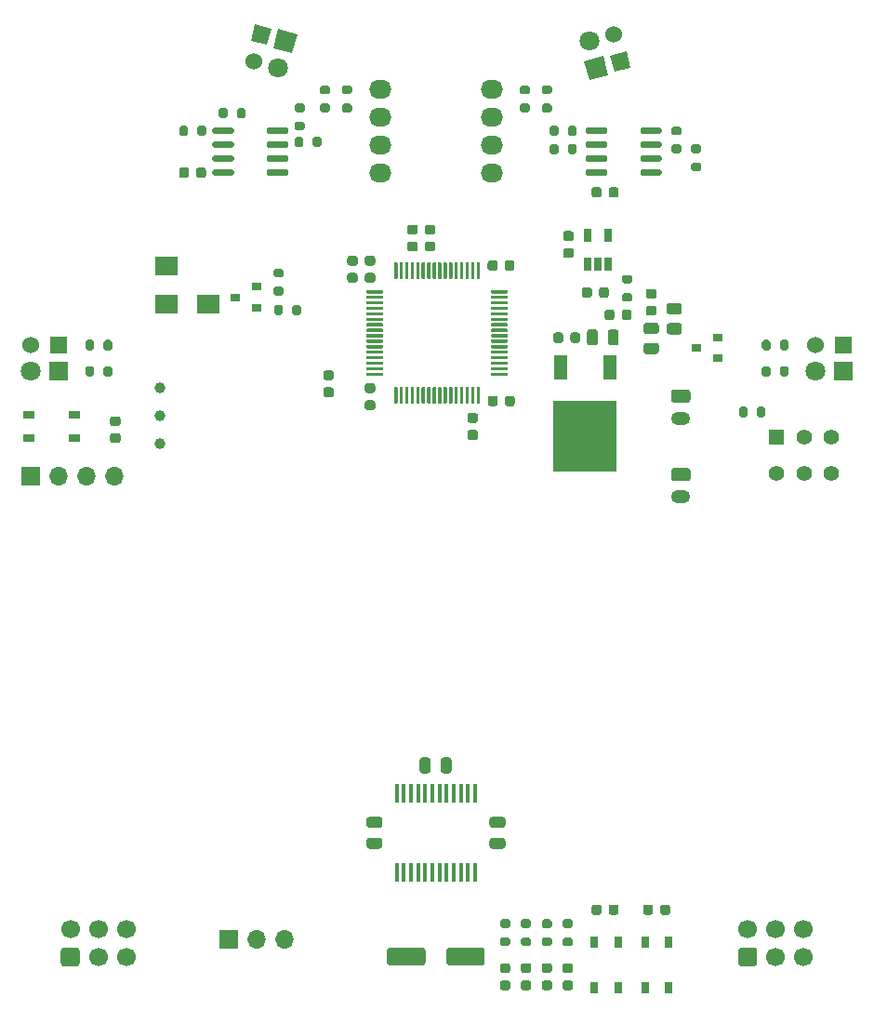
<source format=gts>
%TF.GenerationSoftware,KiCad,Pcbnew,(5.1.8-0-10_14)*%
%TF.CreationDate,2021-01-24T15:40:33+09:00*%
%TF.ProjectId,Micromouse,4d696372-6f6d-46f7-9573-652e6b696361,rev?*%
%TF.SameCoordinates,Original*%
%TF.FileFunction,Soldermask,Top*%
%TF.FilePolarity,Negative*%
%FSLAX46Y46*%
G04 Gerber Fmt 4.6, Leading zero omitted, Abs format (unit mm)*
G04 Created by KiCad (PCBNEW (5.1.8-0-10_14)) date 2021-01-24 15:40:33*
%MOMM*%
%LPD*%
G01*
G04 APERTURE LIST*
%ADD10R,0.650000X1.220000*%
%ADD11C,1.000000*%
%ADD12O,1.750000X1.200000*%
%ADD13O,2.032000X1.727200*%
%ADD14C,0.100000*%
%ADD15C,1.524000*%
%ADD16C,1.800000*%
%ADD17R,1.800000X1.800000*%
%ADD18R,0.900000X0.800000*%
%ADD19R,0.450000X1.750000*%
%ADD20C,1.700000*%
%ADD21R,0.650000X1.050000*%
%ADD22R,1.524000X1.524000*%
%ADD23R,1.200000X2.200000*%
%ADD24R,5.800000X6.400000*%
%ADD25R,1.050000X0.650000*%
%ADD26R,1.400000X1.400000*%
%ADD27C,1.400000*%
%ADD28R,2.100000X1.700000*%
%ADD29O,1.700000X1.700000*%
%ADD30R,1.700000X1.700000*%
G04 APERTURE END LIST*
D10*
%TO.C,U4*%
X158382000Y-73343200D03*
X160282000Y-73343200D03*
X160282000Y-75963200D03*
X159332000Y-75963200D03*
X158382000Y-75963200D03*
%TD*%
D11*
%TO.C,TP1*%
X119454000Y-87226200D03*
%TD*%
%TO.C,CN2*%
G36*
G01*
X166274999Y-87350000D02*
X167525001Y-87350000D01*
G75*
G02*
X167775000Y-87599999I0J-249999D01*
G01*
X167775000Y-88300001D01*
G75*
G02*
X167525001Y-88550000I-249999J0D01*
G01*
X166274999Y-88550000D01*
G75*
G02*
X166025000Y-88300001I0J249999D01*
G01*
X166025000Y-87599999D01*
G75*
G02*
X166274999Y-87350000I249999J0D01*
G01*
G37*
D12*
X166900000Y-89950000D03*
%TD*%
%TO.C,U3*%
G36*
G01*
X149675000Y-78300000D02*
X151075000Y-78300000D01*
G75*
G02*
X151150000Y-78375000I0J-75000D01*
G01*
X151150000Y-78525000D01*
G75*
G02*
X151075000Y-78600000I-75000J0D01*
G01*
X149675000Y-78600000D01*
G75*
G02*
X149600000Y-78525000I0J75000D01*
G01*
X149600000Y-78375000D01*
G75*
G02*
X149675000Y-78300000I75000J0D01*
G01*
G37*
G36*
G01*
X149675000Y-78800000D02*
X151075000Y-78800000D01*
G75*
G02*
X151150000Y-78875000I0J-75000D01*
G01*
X151150000Y-79025000D01*
G75*
G02*
X151075000Y-79100000I-75000J0D01*
G01*
X149675000Y-79100000D01*
G75*
G02*
X149600000Y-79025000I0J75000D01*
G01*
X149600000Y-78875000D01*
G75*
G02*
X149675000Y-78800000I75000J0D01*
G01*
G37*
G36*
G01*
X149675000Y-79300000D02*
X151075000Y-79300000D01*
G75*
G02*
X151150000Y-79375000I0J-75000D01*
G01*
X151150000Y-79525000D01*
G75*
G02*
X151075000Y-79600000I-75000J0D01*
G01*
X149675000Y-79600000D01*
G75*
G02*
X149600000Y-79525000I0J75000D01*
G01*
X149600000Y-79375000D01*
G75*
G02*
X149675000Y-79300000I75000J0D01*
G01*
G37*
G36*
G01*
X149675000Y-79800000D02*
X151075000Y-79800000D01*
G75*
G02*
X151150000Y-79875000I0J-75000D01*
G01*
X151150000Y-80025000D01*
G75*
G02*
X151075000Y-80100000I-75000J0D01*
G01*
X149675000Y-80100000D01*
G75*
G02*
X149600000Y-80025000I0J75000D01*
G01*
X149600000Y-79875000D01*
G75*
G02*
X149675000Y-79800000I75000J0D01*
G01*
G37*
G36*
G01*
X149675000Y-80300000D02*
X151075000Y-80300000D01*
G75*
G02*
X151150000Y-80375000I0J-75000D01*
G01*
X151150000Y-80525000D01*
G75*
G02*
X151075000Y-80600000I-75000J0D01*
G01*
X149675000Y-80600000D01*
G75*
G02*
X149600000Y-80525000I0J75000D01*
G01*
X149600000Y-80375000D01*
G75*
G02*
X149675000Y-80300000I75000J0D01*
G01*
G37*
G36*
G01*
X149675000Y-80800000D02*
X151075000Y-80800000D01*
G75*
G02*
X151150000Y-80875000I0J-75000D01*
G01*
X151150000Y-81025000D01*
G75*
G02*
X151075000Y-81100000I-75000J0D01*
G01*
X149675000Y-81100000D01*
G75*
G02*
X149600000Y-81025000I0J75000D01*
G01*
X149600000Y-80875000D01*
G75*
G02*
X149675000Y-80800000I75000J0D01*
G01*
G37*
G36*
G01*
X149675000Y-81300000D02*
X151075000Y-81300000D01*
G75*
G02*
X151150000Y-81375000I0J-75000D01*
G01*
X151150000Y-81525000D01*
G75*
G02*
X151075000Y-81600000I-75000J0D01*
G01*
X149675000Y-81600000D01*
G75*
G02*
X149600000Y-81525000I0J75000D01*
G01*
X149600000Y-81375000D01*
G75*
G02*
X149675000Y-81300000I75000J0D01*
G01*
G37*
G36*
G01*
X149675000Y-81800000D02*
X151075000Y-81800000D01*
G75*
G02*
X151150000Y-81875000I0J-75000D01*
G01*
X151150000Y-82025000D01*
G75*
G02*
X151075000Y-82100000I-75000J0D01*
G01*
X149675000Y-82100000D01*
G75*
G02*
X149600000Y-82025000I0J75000D01*
G01*
X149600000Y-81875000D01*
G75*
G02*
X149675000Y-81800000I75000J0D01*
G01*
G37*
G36*
G01*
X149675000Y-82300000D02*
X151075000Y-82300000D01*
G75*
G02*
X151150000Y-82375000I0J-75000D01*
G01*
X151150000Y-82525000D01*
G75*
G02*
X151075000Y-82600000I-75000J0D01*
G01*
X149675000Y-82600000D01*
G75*
G02*
X149600000Y-82525000I0J75000D01*
G01*
X149600000Y-82375000D01*
G75*
G02*
X149675000Y-82300000I75000J0D01*
G01*
G37*
G36*
G01*
X149675000Y-82800000D02*
X151075000Y-82800000D01*
G75*
G02*
X151150000Y-82875000I0J-75000D01*
G01*
X151150000Y-83025000D01*
G75*
G02*
X151075000Y-83100000I-75000J0D01*
G01*
X149675000Y-83100000D01*
G75*
G02*
X149600000Y-83025000I0J75000D01*
G01*
X149600000Y-82875000D01*
G75*
G02*
X149675000Y-82800000I75000J0D01*
G01*
G37*
G36*
G01*
X149675000Y-83300000D02*
X151075000Y-83300000D01*
G75*
G02*
X151150000Y-83375000I0J-75000D01*
G01*
X151150000Y-83525000D01*
G75*
G02*
X151075000Y-83600000I-75000J0D01*
G01*
X149675000Y-83600000D01*
G75*
G02*
X149600000Y-83525000I0J75000D01*
G01*
X149600000Y-83375000D01*
G75*
G02*
X149675000Y-83300000I75000J0D01*
G01*
G37*
G36*
G01*
X149675000Y-83800000D02*
X151075000Y-83800000D01*
G75*
G02*
X151150000Y-83875000I0J-75000D01*
G01*
X151150000Y-84025000D01*
G75*
G02*
X151075000Y-84100000I-75000J0D01*
G01*
X149675000Y-84100000D01*
G75*
G02*
X149600000Y-84025000I0J75000D01*
G01*
X149600000Y-83875000D01*
G75*
G02*
X149675000Y-83800000I75000J0D01*
G01*
G37*
G36*
G01*
X149675000Y-84300000D02*
X151075000Y-84300000D01*
G75*
G02*
X151150000Y-84375000I0J-75000D01*
G01*
X151150000Y-84525000D01*
G75*
G02*
X151075000Y-84600000I-75000J0D01*
G01*
X149675000Y-84600000D01*
G75*
G02*
X149600000Y-84525000I0J75000D01*
G01*
X149600000Y-84375000D01*
G75*
G02*
X149675000Y-84300000I75000J0D01*
G01*
G37*
G36*
G01*
X149675000Y-84800000D02*
X151075000Y-84800000D01*
G75*
G02*
X151150000Y-84875000I0J-75000D01*
G01*
X151150000Y-85025000D01*
G75*
G02*
X151075000Y-85100000I-75000J0D01*
G01*
X149675000Y-85100000D01*
G75*
G02*
X149600000Y-85025000I0J75000D01*
G01*
X149600000Y-84875000D01*
G75*
G02*
X149675000Y-84800000I75000J0D01*
G01*
G37*
G36*
G01*
X149675000Y-85300000D02*
X151075000Y-85300000D01*
G75*
G02*
X151150000Y-85375000I0J-75000D01*
G01*
X151150000Y-85525000D01*
G75*
G02*
X151075000Y-85600000I-75000J0D01*
G01*
X149675000Y-85600000D01*
G75*
G02*
X149600000Y-85525000I0J75000D01*
G01*
X149600000Y-85375000D01*
G75*
G02*
X149675000Y-85300000I75000J0D01*
G01*
G37*
G36*
G01*
X149675000Y-85800000D02*
X151075000Y-85800000D01*
G75*
G02*
X151150000Y-85875000I0J-75000D01*
G01*
X151150000Y-86025000D01*
G75*
G02*
X151075000Y-86100000I-75000J0D01*
G01*
X149675000Y-86100000D01*
G75*
G02*
X149600000Y-86025000I0J75000D01*
G01*
X149600000Y-85875000D01*
G75*
G02*
X149675000Y-85800000I75000J0D01*
G01*
G37*
G36*
G01*
X148375000Y-87100000D02*
X148525000Y-87100000D01*
G75*
G02*
X148600000Y-87175000I0J-75000D01*
G01*
X148600000Y-88575000D01*
G75*
G02*
X148525000Y-88650000I-75000J0D01*
G01*
X148375000Y-88650000D01*
G75*
G02*
X148300000Y-88575000I0J75000D01*
G01*
X148300000Y-87175000D01*
G75*
G02*
X148375000Y-87100000I75000J0D01*
G01*
G37*
G36*
G01*
X147875000Y-87100000D02*
X148025000Y-87100000D01*
G75*
G02*
X148100000Y-87175000I0J-75000D01*
G01*
X148100000Y-88575000D01*
G75*
G02*
X148025000Y-88650000I-75000J0D01*
G01*
X147875000Y-88650000D01*
G75*
G02*
X147800000Y-88575000I0J75000D01*
G01*
X147800000Y-87175000D01*
G75*
G02*
X147875000Y-87100000I75000J0D01*
G01*
G37*
G36*
G01*
X147375000Y-87100000D02*
X147525000Y-87100000D01*
G75*
G02*
X147600000Y-87175000I0J-75000D01*
G01*
X147600000Y-88575000D01*
G75*
G02*
X147525000Y-88650000I-75000J0D01*
G01*
X147375000Y-88650000D01*
G75*
G02*
X147300000Y-88575000I0J75000D01*
G01*
X147300000Y-87175000D01*
G75*
G02*
X147375000Y-87100000I75000J0D01*
G01*
G37*
G36*
G01*
X146875000Y-87100000D02*
X147025000Y-87100000D01*
G75*
G02*
X147100000Y-87175000I0J-75000D01*
G01*
X147100000Y-88575000D01*
G75*
G02*
X147025000Y-88650000I-75000J0D01*
G01*
X146875000Y-88650000D01*
G75*
G02*
X146800000Y-88575000I0J75000D01*
G01*
X146800000Y-87175000D01*
G75*
G02*
X146875000Y-87100000I75000J0D01*
G01*
G37*
G36*
G01*
X146375000Y-87100000D02*
X146525000Y-87100000D01*
G75*
G02*
X146600000Y-87175000I0J-75000D01*
G01*
X146600000Y-88575000D01*
G75*
G02*
X146525000Y-88650000I-75000J0D01*
G01*
X146375000Y-88650000D01*
G75*
G02*
X146300000Y-88575000I0J75000D01*
G01*
X146300000Y-87175000D01*
G75*
G02*
X146375000Y-87100000I75000J0D01*
G01*
G37*
G36*
G01*
X145875000Y-87100000D02*
X146025000Y-87100000D01*
G75*
G02*
X146100000Y-87175000I0J-75000D01*
G01*
X146100000Y-88575000D01*
G75*
G02*
X146025000Y-88650000I-75000J0D01*
G01*
X145875000Y-88650000D01*
G75*
G02*
X145800000Y-88575000I0J75000D01*
G01*
X145800000Y-87175000D01*
G75*
G02*
X145875000Y-87100000I75000J0D01*
G01*
G37*
G36*
G01*
X145375000Y-87100000D02*
X145525000Y-87100000D01*
G75*
G02*
X145600000Y-87175000I0J-75000D01*
G01*
X145600000Y-88575000D01*
G75*
G02*
X145525000Y-88650000I-75000J0D01*
G01*
X145375000Y-88650000D01*
G75*
G02*
X145300000Y-88575000I0J75000D01*
G01*
X145300000Y-87175000D01*
G75*
G02*
X145375000Y-87100000I75000J0D01*
G01*
G37*
G36*
G01*
X144875000Y-87100000D02*
X145025000Y-87100000D01*
G75*
G02*
X145100000Y-87175000I0J-75000D01*
G01*
X145100000Y-88575000D01*
G75*
G02*
X145025000Y-88650000I-75000J0D01*
G01*
X144875000Y-88650000D01*
G75*
G02*
X144800000Y-88575000I0J75000D01*
G01*
X144800000Y-87175000D01*
G75*
G02*
X144875000Y-87100000I75000J0D01*
G01*
G37*
G36*
G01*
X144375000Y-87100000D02*
X144525000Y-87100000D01*
G75*
G02*
X144600000Y-87175000I0J-75000D01*
G01*
X144600000Y-88575000D01*
G75*
G02*
X144525000Y-88650000I-75000J0D01*
G01*
X144375000Y-88650000D01*
G75*
G02*
X144300000Y-88575000I0J75000D01*
G01*
X144300000Y-87175000D01*
G75*
G02*
X144375000Y-87100000I75000J0D01*
G01*
G37*
G36*
G01*
X143875000Y-87100000D02*
X144025000Y-87100000D01*
G75*
G02*
X144100000Y-87175000I0J-75000D01*
G01*
X144100000Y-88575000D01*
G75*
G02*
X144025000Y-88650000I-75000J0D01*
G01*
X143875000Y-88650000D01*
G75*
G02*
X143800000Y-88575000I0J75000D01*
G01*
X143800000Y-87175000D01*
G75*
G02*
X143875000Y-87100000I75000J0D01*
G01*
G37*
G36*
G01*
X143375000Y-87100000D02*
X143525000Y-87100000D01*
G75*
G02*
X143600000Y-87175000I0J-75000D01*
G01*
X143600000Y-88575000D01*
G75*
G02*
X143525000Y-88650000I-75000J0D01*
G01*
X143375000Y-88650000D01*
G75*
G02*
X143300000Y-88575000I0J75000D01*
G01*
X143300000Y-87175000D01*
G75*
G02*
X143375000Y-87100000I75000J0D01*
G01*
G37*
G36*
G01*
X142875000Y-87100000D02*
X143025000Y-87100000D01*
G75*
G02*
X143100000Y-87175000I0J-75000D01*
G01*
X143100000Y-88575000D01*
G75*
G02*
X143025000Y-88650000I-75000J0D01*
G01*
X142875000Y-88650000D01*
G75*
G02*
X142800000Y-88575000I0J75000D01*
G01*
X142800000Y-87175000D01*
G75*
G02*
X142875000Y-87100000I75000J0D01*
G01*
G37*
G36*
G01*
X142375000Y-87100000D02*
X142525000Y-87100000D01*
G75*
G02*
X142600000Y-87175000I0J-75000D01*
G01*
X142600000Y-88575000D01*
G75*
G02*
X142525000Y-88650000I-75000J0D01*
G01*
X142375000Y-88650000D01*
G75*
G02*
X142300000Y-88575000I0J75000D01*
G01*
X142300000Y-87175000D01*
G75*
G02*
X142375000Y-87100000I75000J0D01*
G01*
G37*
G36*
G01*
X141875000Y-87100000D02*
X142025000Y-87100000D01*
G75*
G02*
X142100000Y-87175000I0J-75000D01*
G01*
X142100000Y-88575000D01*
G75*
G02*
X142025000Y-88650000I-75000J0D01*
G01*
X141875000Y-88650000D01*
G75*
G02*
X141800000Y-88575000I0J75000D01*
G01*
X141800000Y-87175000D01*
G75*
G02*
X141875000Y-87100000I75000J0D01*
G01*
G37*
G36*
G01*
X141375000Y-87100000D02*
X141525000Y-87100000D01*
G75*
G02*
X141600000Y-87175000I0J-75000D01*
G01*
X141600000Y-88575000D01*
G75*
G02*
X141525000Y-88650000I-75000J0D01*
G01*
X141375000Y-88650000D01*
G75*
G02*
X141300000Y-88575000I0J75000D01*
G01*
X141300000Y-87175000D01*
G75*
G02*
X141375000Y-87100000I75000J0D01*
G01*
G37*
G36*
G01*
X140875000Y-87100000D02*
X141025000Y-87100000D01*
G75*
G02*
X141100000Y-87175000I0J-75000D01*
G01*
X141100000Y-88575000D01*
G75*
G02*
X141025000Y-88650000I-75000J0D01*
G01*
X140875000Y-88650000D01*
G75*
G02*
X140800000Y-88575000I0J75000D01*
G01*
X140800000Y-87175000D01*
G75*
G02*
X140875000Y-87100000I75000J0D01*
G01*
G37*
G36*
G01*
X138325000Y-85800000D02*
X139725000Y-85800000D01*
G75*
G02*
X139800000Y-85875000I0J-75000D01*
G01*
X139800000Y-86025000D01*
G75*
G02*
X139725000Y-86100000I-75000J0D01*
G01*
X138325000Y-86100000D01*
G75*
G02*
X138250000Y-86025000I0J75000D01*
G01*
X138250000Y-85875000D01*
G75*
G02*
X138325000Y-85800000I75000J0D01*
G01*
G37*
G36*
G01*
X138325000Y-85300000D02*
X139725000Y-85300000D01*
G75*
G02*
X139800000Y-85375000I0J-75000D01*
G01*
X139800000Y-85525000D01*
G75*
G02*
X139725000Y-85600000I-75000J0D01*
G01*
X138325000Y-85600000D01*
G75*
G02*
X138250000Y-85525000I0J75000D01*
G01*
X138250000Y-85375000D01*
G75*
G02*
X138325000Y-85300000I75000J0D01*
G01*
G37*
G36*
G01*
X138325000Y-84800000D02*
X139725000Y-84800000D01*
G75*
G02*
X139800000Y-84875000I0J-75000D01*
G01*
X139800000Y-85025000D01*
G75*
G02*
X139725000Y-85100000I-75000J0D01*
G01*
X138325000Y-85100000D01*
G75*
G02*
X138250000Y-85025000I0J75000D01*
G01*
X138250000Y-84875000D01*
G75*
G02*
X138325000Y-84800000I75000J0D01*
G01*
G37*
G36*
G01*
X138325000Y-84300000D02*
X139725000Y-84300000D01*
G75*
G02*
X139800000Y-84375000I0J-75000D01*
G01*
X139800000Y-84525000D01*
G75*
G02*
X139725000Y-84600000I-75000J0D01*
G01*
X138325000Y-84600000D01*
G75*
G02*
X138250000Y-84525000I0J75000D01*
G01*
X138250000Y-84375000D01*
G75*
G02*
X138325000Y-84300000I75000J0D01*
G01*
G37*
G36*
G01*
X138325000Y-83800000D02*
X139725000Y-83800000D01*
G75*
G02*
X139800000Y-83875000I0J-75000D01*
G01*
X139800000Y-84025000D01*
G75*
G02*
X139725000Y-84100000I-75000J0D01*
G01*
X138325000Y-84100000D01*
G75*
G02*
X138250000Y-84025000I0J75000D01*
G01*
X138250000Y-83875000D01*
G75*
G02*
X138325000Y-83800000I75000J0D01*
G01*
G37*
G36*
G01*
X138325000Y-83300000D02*
X139725000Y-83300000D01*
G75*
G02*
X139800000Y-83375000I0J-75000D01*
G01*
X139800000Y-83525000D01*
G75*
G02*
X139725000Y-83600000I-75000J0D01*
G01*
X138325000Y-83600000D01*
G75*
G02*
X138250000Y-83525000I0J75000D01*
G01*
X138250000Y-83375000D01*
G75*
G02*
X138325000Y-83300000I75000J0D01*
G01*
G37*
G36*
G01*
X138325000Y-82800000D02*
X139725000Y-82800000D01*
G75*
G02*
X139800000Y-82875000I0J-75000D01*
G01*
X139800000Y-83025000D01*
G75*
G02*
X139725000Y-83100000I-75000J0D01*
G01*
X138325000Y-83100000D01*
G75*
G02*
X138250000Y-83025000I0J75000D01*
G01*
X138250000Y-82875000D01*
G75*
G02*
X138325000Y-82800000I75000J0D01*
G01*
G37*
G36*
G01*
X138325000Y-82300000D02*
X139725000Y-82300000D01*
G75*
G02*
X139800000Y-82375000I0J-75000D01*
G01*
X139800000Y-82525000D01*
G75*
G02*
X139725000Y-82600000I-75000J0D01*
G01*
X138325000Y-82600000D01*
G75*
G02*
X138250000Y-82525000I0J75000D01*
G01*
X138250000Y-82375000D01*
G75*
G02*
X138325000Y-82300000I75000J0D01*
G01*
G37*
G36*
G01*
X138325000Y-81800000D02*
X139725000Y-81800000D01*
G75*
G02*
X139800000Y-81875000I0J-75000D01*
G01*
X139800000Y-82025000D01*
G75*
G02*
X139725000Y-82100000I-75000J0D01*
G01*
X138325000Y-82100000D01*
G75*
G02*
X138250000Y-82025000I0J75000D01*
G01*
X138250000Y-81875000D01*
G75*
G02*
X138325000Y-81800000I75000J0D01*
G01*
G37*
G36*
G01*
X138325000Y-81300000D02*
X139725000Y-81300000D01*
G75*
G02*
X139800000Y-81375000I0J-75000D01*
G01*
X139800000Y-81525000D01*
G75*
G02*
X139725000Y-81600000I-75000J0D01*
G01*
X138325000Y-81600000D01*
G75*
G02*
X138250000Y-81525000I0J75000D01*
G01*
X138250000Y-81375000D01*
G75*
G02*
X138325000Y-81300000I75000J0D01*
G01*
G37*
G36*
G01*
X138325000Y-80800000D02*
X139725000Y-80800000D01*
G75*
G02*
X139800000Y-80875000I0J-75000D01*
G01*
X139800000Y-81025000D01*
G75*
G02*
X139725000Y-81100000I-75000J0D01*
G01*
X138325000Y-81100000D01*
G75*
G02*
X138250000Y-81025000I0J75000D01*
G01*
X138250000Y-80875000D01*
G75*
G02*
X138325000Y-80800000I75000J0D01*
G01*
G37*
G36*
G01*
X138325000Y-80300000D02*
X139725000Y-80300000D01*
G75*
G02*
X139800000Y-80375000I0J-75000D01*
G01*
X139800000Y-80525000D01*
G75*
G02*
X139725000Y-80600000I-75000J0D01*
G01*
X138325000Y-80600000D01*
G75*
G02*
X138250000Y-80525000I0J75000D01*
G01*
X138250000Y-80375000D01*
G75*
G02*
X138325000Y-80300000I75000J0D01*
G01*
G37*
G36*
G01*
X138325000Y-79800000D02*
X139725000Y-79800000D01*
G75*
G02*
X139800000Y-79875000I0J-75000D01*
G01*
X139800000Y-80025000D01*
G75*
G02*
X139725000Y-80100000I-75000J0D01*
G01*
X138325000Y-80100000D01*
G75*
G02*
X138250000Y-80025000I0J75000D01*
G01*
X138250000Y-79875000D01*
G75*
G02*
X138325000Y-79800000I75000J0D01*
G01*
G37*
G36*
G01*
X138325000Y-79300000D02*
X139725000Y-79300000D01*
G75*
G02*
X139800000Y-79375000I0J-75000D01*
G01*
X139800000Y-79525000D01*
G75*
G02*
X139725000Y-79600000I-75000J0D01*
G01*
X138325000Y-79600000D01*
G75*
G02*
X138250000Y-79525000I0J75000D01*
G01*
X138250000Y-79375000D01*
G75*
G02*
X138325000Y-79300000I75000J0D01*
G01*
G37*
G36*
G01*
X138325000Y-78800000D02*
X139725000Y-78800000D01*
G75*
G02*
X139800000Y-78875000I0J-75000D01*
G01*
X139800000Y-79025000D01*
G75*
G02*
X139725000Y-79100000I-75000J0D01*
G01*
X138325000Y-79100000D01*
G75*
G02*
X138250000Y-79025000I0J75000D01*
G01*
X138250000Y-78875000D01*
G75*
G02*
X138325000Y-78800000I75000J0D01*
G01*
G37*
G36*
G01*
X138325000Y-78300000D02*
X139725000Y-78300000D01*
G75*
G02*
X139800000Y-78375000I0J-75000D01*
G01*
X139800000Y-78525000D01*
G75*
G02*
X139725000Y-78600000I-75000J0D01*
G01*
X138325000Y-78600000D01*
G75*
G02*
X138250000Y-78525000I0J75000D01*
G01*
X138250000Y-78375000D01*
G75*
G02*
X138325000Y-78300000I75000J0D01*
G01*
G37*
G36*
G01*
X140875000Y-75750000D02*
X141025000Y-75750000D01*
G75*
G02*
X141100000Y-75825000I0J-75000D01*
G01*
X141100000Y-77225000D01*
G75*
G02*
X141025000Y-77300000I-75000J0D01*
G01*
X140875000Y-77300000D01*
G75*
G02*
X140800000Y-77225000I0J75000D01*
G01*
X140800000Y-75825000D01*
G75*
G02*
X140875000Y-75750000I75000J0D01*
G01*
G37*
G36*
G01*
X141375000Y-75750000D02*
X141525000Y-75750000D01*
G75*
G02*
X141600000Y-75825000I0J-75000D01*
G01*
X141600000Y-77225000D01*
G75*
G02*
X141525000Y-77300000I-75000J0D01*
G01*
X141375000Y-77300000D01*
G75*
G02*
X141300000Y-77225000I0J75000D01*
G01*
X141300000Y-75825000D01*
G75*
G02*
X141375000Y-75750000I75000J0D01*
G01*
G37*
G36*
G01*
X141875000Y-75750000D02*
X142025000Y-75750000D01*
G75*
G02*
X142100000Y-75825000I0J-75000D01*
G01*
X142100000Y-77225000D01*
G75*
G02*
X142025000Y-77300000I-75000J0D01*
G01*
X141875000Y-77300000D01*
G75*
G02*
X141800000Y-77225000I0J75000D01*
G01*
X141800000Y-75825000D01*
G75*
G02*
X141875000Y-75750000I75000J0D01*
G01*
G37*
G36*
G01*
X142375000Y-75750000D02*
X142525000Y-75750000D01*
G75*
G02*
X142600000Y-75825000I0J-75000D01*
G01*
X142600000Y-77225000D01*
G75*
G02*
X142525000Y-77300000I-75000J0D01*
G01*
X142375000Y-77300000D01*
G75*
G02*
X142300000Y-77225000I0J75000D01*
G01*
X142300000Y-75825000D01*
G75*
G02*
X142375000Y-75750000I75000J0D01*
G01*
G37*
G36*
G01*
X142875000Y-75750000D02*
X143025000Y-75750000D01*
G75*
G02*
X143100000Y-75825000I0J-75000D01*
G01*
X143100000Y-77225000D01*
G75*
G02*
X143025000Y-77300000I-75000J0D01*
G01*
X142875000Y-77300000D01*
G75*
G02*
X142800000Y-77225000I0J75000D01*
G01*
X142800000Y-75825000D01*
G75*
G02*
X142875000Y-75750000I75000J0D01*
G01*
G37*
G36*
G01*
X143375000Y-75750000D02*
X143525000Y-75750000D01*
G75*
G02*
X143600000Y-75825000I0J-75000D01*
G01*
X143600000Y-77225000D01*
G75*
G02*
X143525000Y-77300000I-75000J0D01*
G01*
X143375000Y-77300000D01*
G75*
G02*
X143300000Y-77225000I0J75000D01*
G01*
X143300000Y-75825000D01*
G75*
G02*
X143375000Y-75750000I75000J0D01*
G01*
G37*
G36*
G01*
X143875000Y-75750000D02*
X144025000Y-75750000D01*
G75*
G02*
X144100000Y-75825000I0J-75000D01*
G01*
X144100000Y-77225000D01*
G75*
G02*
X144025000Y-77300000I-75000J0D01*
G01*
X143875000Y-77300000D01*
G75*
G02*
X143800000Y-77225000I0J75000D01*
G01*
X143800000Y-75825000D01*
G75*
G02*
X143875000Y-75750000I75000J0D01*
G01*
G37*
G36*
G01*
X144375000Y-75750000D02*
X144525000Y-75750000D01*
G75*
G02*
X144600000Y-75825000I0J-75000D01*
G01*
X144600000Y-77225000D01*
G75*
G02*
X144525000Y-77300000I-75000J0D01*
G01*
X144375000Y-77300000D01*
G75*
G02*
X144300000Y-77225000I0J75000D01*
G01*
X144300000Y-75825000D01*
G75*
G02*
X144375000Y-75750000I75000J0D01*
G01*
G37*
G36*
G01*
X144875000Y-75750000D02*
X145025000Y-75750000D01*
G75*
G02*
X145100000Y-75825000I0J-75000D01*
G01*
X145100000Y-77225000D01*
G75*
G02*
X145025000Y-77300000I-75000J0D01*
G01*
X144875000Y-77300000D01*
G75*
G02*
X144800000Y-77225000I0J75000D01*
G01*
X144800000Y-75825000D01*
G75*
G02*
X144875000Y-75750000I75000J0D01*
G01*
G37*
G36*
G01*
X145375000Y-75750000D02*
X145525000Y-75750000D01*
G75*
G02*
X145600000Y-75825000I0J-75000D01*
G01*
X145600000Y-77225000D01*
G75*
G02*
X145525000Y-77300000I-75000J0D01*
G01*
X145375000Y-77300000D01*
G75*
G02*
X145300000Y-77225000I0J75000D01*
G01*
X145300000Y-75825000D01*
G75*
G02*
X145375000Y-75750000I75000J0D01*
G01*
G37*
G36*
G01*
X145875000Y-75750000D02*
X146025000Y-75750000D01*
G75*
G02*
X146100000Y-75825000I0J-75000D01*
G01*
X146100000Y-77225000D01*
G75*
G02*
X146025000Y-77300000I-75000J0D01*
G01*
X145875000Y-77300000D01*
G75*
G02*
X145800000Y-77225000I0J75000D01*
G01*
X145800000Y-75825000D01*
G75*
G02*
X145875000Y-75750000I75000J0D01*
G01*
G37*
G36*
G01*
X146375000Y-75750000D02*
X146525000Y-75750000D01*
G75*
G02*
X146600000Y-75825000I0J-75000D01*
G01*
X146600000Y-77225000D01*
G75*
G02*
X146525000Y-77300000I-75000J0D01*
G01*
X146375000Y-77300000D01*
G75*
G02*
X146300000Y-77225000I0J75000D01*
G01*
X146300000Y-75825000D01*
G75*
G02*
X146375000Y-75750000I75000J0D01*
G01*
G37*
G36*
G01*
X146875000Y-75750000D02*
X147025000Y-75750000D01*
G75*
G02*
X147100000Y-75825000I0J-75000D01*
G01*
X147100000Y-77225000D01*
G75*
G02*
X147025000Y-77300000I-75000J0D01*
G01*
X146875000Y-77300000D01*
G75*
G02*
X146800000Y-77225000I0J75000D01*
G01*
X146800000Y-75825000D01*
G75*
G02*
X146875000Y-75750000I75000J0D01*
G01*
G37*
G36*
G01*
X147375000Y-75750000D02*
X147525000Y-75750000D01*
G75*
G02*
X147600000Y-75825000I0J-75000D01*
G01*
X147600000Y-77225000D01*
G75*
G02*
X147525000Y-77300000I-75000J0D01*
G01*
X147375000Y-77300000D01*
G75*
G02*
X147300000Y-77225000I0J75000D01*
G01*
X147300000Y-75825000D01*
G75*
G02*
X147375000Y-75750000I75000J0D01*
G01*
G37*
G36*
G01*
X147875000Y-75750000D02*
X148025000Y-75750000D01*
G75*
G02*
X148100000Y-75825000I0J-75000D01*
G01*
X148100000Y-77225000D01*
G75*
G02*
X148025000Y-77300000I-75000J0D01*
G01*
X147875000Y-77300000D01*
G75*
G02*
X147800000Y-77225000I0J75000D01*
G01*
X147800000Y-75825000D01*
G75*
G02*
X147875000Y-75750000I75000J0D01*
G01*
G37*
G36*
G01*
X148375000Y-75750000D02*
X148525000Y-75750000D01*
G75*
G02*
X148600000Y-75825000I0J-75000D01*
G01*
X148600000Y-77225000D01*
G75*
G02*
X148525000Y-77300000I-75000J0D01*
G01*
X148375000Y-77300000D01*
G75*
G02*
X148300000Y-77225000I0J75000D01*
G01*
X148300000Y-75825000D01*
G75*
G02*
X148375000Y-75750000I75000J0D01*
G01*
G37*
%TD*%
%TO.C,C10*%
G36*
G01*
X138850000Y-76075000D02*
X138350000Y-76075000D01*
G75*
G02*
X138125000Y-75850000I0J225000D01*
G01*
X138125000Y-75400000D01*
G75*
G02*
X138350000Y-75175000I225000J0D01*
G01*
X138850000Y-75175000D01*
G75*
G02*
X139075000Y-75400000I0J-225000D01*
G01*
X139075000Y-75850000D01*
G75*
G02*
X138850000Y-76075000I-225000J0D01*
G01*
G37*
G36*
G01*
X138850000Y-77625000D02*
X138350000Y-77625000D01*
G75*
G02*
X138125000Y-77400000I0J225000D01*
G01*
X138125000Y-76950000D01*
G75*
G02*
X138350000Y-76725000I225000J0D01*
G01*
X138850000Y-76725000D01*
G75*
G02*
X139075000Y-76950000I0J-225000D01*
G01*
X139075000Y-77400000D01*
G75*
G02*
X138850000Y-77625000I-225000J0D01*
G01*
G37*
%TD*%
%TO.C,C14*%
G36*
G01*
X142216400Y-73886000D02*
X142716400Y-73886000D01*
G75*
G02*
X142941400Y-74111000I0J-225000D01*
G01*
X142941400Y-74561000D01*
G75*
G02*
X142716400Y-74786000I-225000J0D01*
G01*
X142216400Y-74786000D01*
G75*
G02*
X141991400Y-74561000I0J225000D01*
G01*
X141991400Y-74111000D01*
G75*
G02*
X142216400Y-73886000I225000J0D01*
G01*
G37*
G36*
G01*
X142216400Y-72336000D02*
X142716400Y-72336000D01*
G75*
G02*
X142941400Y-72561000I0J-225000D01*
G01*
X142941400Y-73011000D01*
G75*
G02*
X142716400Y-73236000I-225000J0D01*
G01*
X142216400Y-73236000D01*
G75*
G02*
X141991400Y-73011000I0J225000D01*
G01*
X141991400Y-72561000D01*
G75*
G02*
X142216400Y-72336000I225000J0D01*
G01*
G37*
%TD*%
%TO.C,C12*%
G36*
G01*
X150878760Y-88636980D02*
X150878760Y-88136980D01*
G75*
G02*
X151103760Y-87911980I225000J0D01*
G01*
X151553760Y-87911980D01*
G75*
G02*
X151778760Y-88136980I0J-225000D01*
G01*
X151778760Y-88636980D01*
G75*
G02*
X151553760Y-88861980I-225000J0D01*
G01*
X151103760Y-88861980D01*
G75*
G02*
X150878760Y-88636980I0J225000D01*
G01*
G37*
G36*
G01*
X149328760Y-88636980D02*
X149328760Y-88136980D01*
G75*
G02*
X149553760Y-87911980I225000J0D01*
G01*
X150003760Y-87911980D01*
G75*
G02*
X150228760Y-88136980I0J-225000D01*
G01*
X150228760Y-88636980D01*
G75*
G02*
X150003760Y-88861980I-225000J0D01*
G01*
X149553760Y-88861980D01*
G75*
G02*
X149328760Y-88636980I0J225000D01*
G01*
G37*
%TD*%
%TO.C,CN1*%
X166900000Y-97100000D03*
G36*
G01*
X166274999Y-94500000D02*
X167525001Y-94500000D01*
G75*
G02*
X167775000Y-94749999I0J-249999D01*
G01*
X167775000Y-95450001D01*
G75*
G02*
X167525001Y-95700000I-249999J0D01*
G01*
X166274999Y-95700000D01*
G75*
G02*
X166025000Y-95450001I0J249999D01*
G01*
X166025000Y-94749999D01*
G75*
G02*
X166274999Y-94500000I249999J0D01*
G01*
G37*
%TD*%
%TO.C,R1*%
G36*
G01*
X173825000Y-89675000D02*
X173825000Y-89125000D01*
G75*
G02*
X174025000Y-88925000I200000J0D01*
G01*
X174425000Y-88925000D01*
G75*
G02*
X174625000Y-89125000I0J-200000D01*
G01*
X174625000Y-89675000D01*
G75*
G02*
X174425000Y-89875000I-200000J0D01*
G01*
X174025000Y-89875000D01*
G75*
G02*
X173825000Y-89675000I0J200000D01*
G01*
G37*
G36*
G01*
X172175000Y-89675000D02*
X172175000Y-89125000D01*
G75*
G02*
X172375000Y-88925000I200000J0D01*
G01*
X172775000Y-88925000D01*
G75*
G02*
X172975000Y-89125000I0J-200000D01*
G01*
X172975000Y-89675000D01*
G75*
G02*
X172775000Y-89875000I-200000J0D01*
G01*
X172375000Y-89875000D01*
G75*
G02*
X172175000Y-89675000I0J200000D01*
G01*
G37*
%TD*%
D13*
%TO.C,U7*%
X139520000Y-59990000D03*
X139520000Y-62530000D03*
X139520000Y-65070000D03*
X139520000Y-67610000D03*
X149680000Y-59990000D03*
X149680000Y-62530000D03*
X149680000Y-65070000D03*
X149680000Y-67610000D03*
%TD*%
D14*
%TO.C,Q7*%
G36*
X128118585Y-54113292D02*
G01*
X129590656Y-54507733D01*
X129196215Y-55979804D01*
X127724144Y-55585363D01*
X128118585Y-54113292D01*
G37*
D15*
X128000000Y-57500000D03*
%TD*%
D14*
%TO.C,D8*%
G36*
X130221004Y-54544278D02*
G01*
X131959670Y-55010152D01*
X131493796Y-56748818D01*
X129755130Y-56282944D01*
X130221004Y-54544278D01*
G37*
D16*
X130200000Y-58100000D03*
%TD*%
D17*
%TO.C,D9*%
X110240000Y-85700000D03*
D16*
X107700000Y-85700000D03*
%TD*%
D18*
%TO.C,Q1*%
X168300000Y-83550000D03*
X170300000Y-82600000D03*
X170300000Y-84500000D03*
%TD*%
D19*
%TO.C,U2*%
X141025000Y-124100000D03*
X141675000Y-124100000D03*
X142325000Y-124100000D03*
X142975000Y-124100000D03*
X143625000Y-124100000D03*
X144275000Y-124100000D03*
X144925000Y-124100000D03*
X145575000Y-124100000D03*
X146225000Y-124100000D03*
X146875000Y-124100000D03*
X147525000Y-124100000D03*
X148175000Y-124100000D03*
X148175000Y-131300000D03*
X147525000Y-131300000D03*
X146875000Y-131300000D03*
X146225000Y-131300000D03*
X145575000Y-131300000D03*
X144925000Y-131300000D03*
X144275000Y-131300000D03*
X143625000Y-131300000D03*
X142975000Y-131300000D03*
X142325000Y-131300000D03*
X141675000Y-131300000D03*
X141025000Y-131300000D03*
%TD*%
D20*
%TO.C,J7*%
X116380000Y-136460000D03*
X113840000Y-136460000D03*
X111300000Y-136460000D03*
X116380000Y-139000000D03*
X113840000Y-139000000D03*
G36*
G01*
X111900000Y-139850000D02*
X110700000Y-139850000D01*
G75*
G02*
X110450000Y-139600000I0J250000D01*
G01*
X110450000Y-138400000D01*
G75*
G02*
X110700000Y-138150000I250000J0D01*
G01*
X111900000Y-138150000D01*
G75*
G02*
X112150000Y-138400000I0J-250000D01*
G01*
X112150000Y-139600000D01*
G75*
G02*
X111900000Y-139850000I-250000J0D01*
G01*
G37*
%TD*%
%TO.C,J8*%
X178080000Y-136460000D03*
X175540000Y-136460000D03*
X173000000Y-136460000D03*
X178080000Y-139000000D03*
X175540000Y-139000000D03*
G36*
G01*
X173600000Y-139850000D02*
X172400000Y-139850000D01*
G75*
G02*
X172150000Y-139600000I0J250000D01*
G01*
X172150000Y-138400000D01*
G75*
G02*
X172400000Y-138150000I250000J0D01*
G01*
X173600000Y-138150000D01*
G75*
G02*
X173850000Y-138400000I0J-250000D01*
G01*
X173850000Y-139600000D01*
G75*
G02*
X173600000Y-139850000I-250000J0D01*
G01*
G37*
%TD*%
D21*
%TO.C,SW3*%
X161169000Y-137625000D03*
X161169000Y-141775000D03*
X159019000Y-137625000D03*
X159019000Y-141775000D03*
%TD*%
%TO.C,U5*%
G36*
G01*
X165150000Y-67455000D02*
X165150000Y-67755000D01*
G75*
G02*
X165000000Y-67905000I-150000J0D01*
G01*
X163350000Y-67905000D01*
G75*
G02*
X163200000Y-67755000I0J150000D01*
G01*
X163200000Y-67455000D01*
G75*
G02*
X163350000Y-67305000I150000J0D01*
G01*
X165000000Y-67305000D01*
G75*
G02*
X165150000Y-67455000I0J-150000D01*
G01*
G37*
G36*
G01*
X165150000Y-66185000D02*
X165150000Y-66485000D01*
G75*
G02*
X165000000Y-66635000I-150000J0D01*
G01*
X163350000Y-66635000D01*
G75*
G02*
X163200000Y-66485000I0J150000D01*
G01*
X163200000Y-66185000D01*
G75*
G02*
X163350000Y-66035000I150000J0D01*
G01*
X165000000Y-66035000D01*
G75*
G02*
X165150000Y-66185000I0J-150000D01*
G01*
G37*
G36*
G01*
X165150000Y-64915000D02*
X165150000Y-65215000D01*
G75*
G02*
X165000000Y-65365000I-150000J0D01*
G01*
X163350000Y-65365000D01*
G75*
G02*
X163200000Y-65215000I0J150000D01*
G01*
X163200000Y-64915000D01*
G75*
G02*
X163350000Y-64765000I150000J0D01*
G01*
X165000000Y-64765000D01*
G75*
G02*
X165150000Y-64915000I0J-150000D01*
G01*
G37*
G36*
G01*
X165150000Y-63645000D02*
X165150000Y-63945000D01*
G75*
G02*
X165000000Y-64095000I-150000J0D01*
G01*
X163350000Y-64095000D01*
G75*
G02*
X163200000Y-63945000I0J150000D01*
G01*
X163200000Y-63645000D01*
G75*
G02*
X163350000Y-63495000I150000J0D01*
G01*
X165000000Y-63495000D01*
G75*
G02*
X165150000Y-63645000I0J-150000D01*
G01*
G37*
G36*
G01*
X160200000Y-63645000D02*
X160200000Y-63945000D01*
G75*
G02*
X160050000Y-64095000I-150000J0D01*
G01*
X158400000Y-64095000D01*
G75*
G02*
X158250000Y-63945000I0J150000D01*
G01*
X158250000Y-63645000D01*
G75*
G02*
X158400000Y-63495000I150000J0D01*
G01*
X160050000Y-63495000D01*
G75*
G02*
X160200000Y-63645000I0J-150000D01*
G01*
G37*
G36*
G01*
X160200000Y-64915000D02*
X160200000Y-65215000D01*
G75*
G02*
X160050000Y-65365000I-150000J0D01*
G01*
X158400000Y-65365000D01*
G75*
G02*
X158250000Y-65215000I0J150000D01*
G01*
X158250000Y-64915000D01*
G75*
G02*
X158400000Y-64765000I150000J0D01*
G01*
X160050000Y-64765000D01*
G75*
G02*
X160200000Y-64915000I0J-150000D01*
G01*
G37*
G36*
G01*
X160200000Y-66185000D02*
X160200000Y-66485000D01*
G75*
G02*
X160050000Y-66635000I-150000J0D01*
G01*
X158400000Y-66635000D01*
G75*
G02*
X158250000Y-66485000I0J150000D01*
G01*
X158250000Y-66185000D01*
G75*
G02*
X158400000Y-66035000I150000J0D01*
G01*
X160050000Y-66035000D01*
G75*
G02*
X160200000Y-66185000I0J-150000D01*
G01*
G37*
G36*
G01*
X160200000Y-67455000D02*
X160200000Y-67755000D01*
G75*
G02*
X160050000Y-67905000I-150000J0D01*
G01*
X158400000Y-67905000D01*
G75*
G02*
X158250000Y-67755000I0J150000D01*
G01*
X158250000Y-67455000D01*
G75*
G02*
X158400000Y-67305000I150000J0D01*
G01*
X160050000Y-67305000D01*
G75*
G02*
X160200000Y-67455000I0J-150000D01*
G01*
G37*
%TD*%
%TO.C,U6*%
G36*
G01*
X126200000Y-67455000D02*
X126200000Y-67755000D01*
G75*
G02*
X126050000Y-67905000I-150000J0D01*
G01*
X124400000Y-67905000D01*
G75*
G02*
X124250000Y-67755000I0J150000D01*
G01*
X124250000Y-67455000D01*
G75*
G02*
X124400000Y-67305000I150000J0D01*
G01*
X126050000Y-67305000D01*
G75*
G02*
X126200000Y-67455000I0J-150000D01*
G01*
G37*
G36*
G01*
X126200000Y-66185000D02*
X126200000Y-66485000D01*
G75*
G02*
X126050000Y-66635000I-150000J0D01*
G01*
X124400000Y-66635000D01*
G75*
G02*
X124250000Y-66485000I0J150000D01*
G01*
X124250000Y-66185000D01*
G75*
G02*
X124400000Y-66035000I150000J0D01*
G01*
X126050000Y-66035000D01*
G75*
G02*
X126200000Y-66185000I0J-150000D01*
G01*
G37*
G36*
G01*
X126200000Y-64915000D02*
X126200000Y-65215000D01*
G75*
G02*
X126050000Y-65365000I-150000J0D01*
G01*
X124400000Y-65365000D01*
G75*
G02*
X124250000Y-65215000I0J150000D01*
G01*
X124250000Y-64915000D01*
G75*
G02*
X124400000Y-64765000I150000J0D01*
G01*
X126050000Y-64765000D01*
G75*
G02*
X126200000Y-64915000I0J-150000D01*
G01*
G37*
G36*
G01*
X126200000Y-63645000D02*
X126200000Y-63945000D01*
G75*
G02*
X126050000Y-64095000I-150000J0D01*
G01*
X124400000Y-64095000D01*
G75*
G02*
X124250000Y-63945000I0J150000D01*
G01*
X124250000Y-63645000D01*
G75*
G02*
X124400000Y-63495000I150000J0D01*
G01*
X126050000Y-63495000D01*
G75*
G02*
X126200000Y-63645000I0J-150000D01*
G01*
G37*
G36*
G01*
X131150000Y-63645000D02*
X131150000Y-63945000D01*
G75*
G02*
X131000000Y-64095000I-150000J0D01*
G01*
X129350000Y-64095000D01*
G75*
G02*
X129200000Y-63945000I0J150000D01*
G01*
X129200000Y-63645000D01*
G75*
G02*
X129350000Y-63495000I150000J0D01*
G01*
X131000000Y-63495000D01*
G75*
G02*
X131150000Y-63645000I0J-150000D01*
G01*
G37*
G36*
G01*
X131150000Y-64915000D02*
X131150000Y-65215000D01*
G75*
G02*
X131000000Y-65365000I-150000J0D01*
G01*
X129350000Y-65365000D01*
G75*
G02*
X129200000Y-65215000I0J150000D01*
G01*
X129200000Y-64915000D01*
G75*
G02*
X129350000Y-64765000I150000J0D01*
G01*
X131000000Y-64765000D01*
G75*
G02*
X131150000Y-64915000I0J-150000D01*
G01*
G37*
G36*
G01*
X131150000Y-66185000D02*
X131150000Y-66485000D01*
G75*
G02*
X131000000Y-66635000I-150000J0D01*
G01*
X129350000Y-66635000D01*
G75*
G02*
X129200000Y-66485000I0J150000D01*
G01*
X129200000Y-66185000D01*
G75*
G02*
X129350000Y-66035000I150000J0D01*
G01*
X131000000Y-66035000D01*
G75*
G02*
X131150000Y-66185000I0J-150000D01*
G01*
G37*
G36*
G01*
X131150000Y-67455000D02*
X131150000Y-67755000D01*
G75*
G02*
X131000000Y-67905000I-150000J0D01*
G01*
X129350000Y-67905000D01*
G75*
G02*
X129200000Y-67755000I0J150000D01*
G01*
X129200000Y-67455000D01*
G75*
G02*
X129350000Y-67305000I150000J0D01*
G01*
X131000000Y-67305000D01*
G75*
G02*
X131150000Y-67455000I0J-150000D01*
G01*
G37*
%TD*%
D15*
%TO.C,Q5*%
X160742600Y-55046548D03*
D14*
G36*
X162333256Y-58038815D02*
G01*
X160861185Y-58433256D01*
X160466744Y-56961185D01*
X161938815Y-56566744D01*
X162333256Y-58038815D01*
G37*
%TD*%
D15*
%TO.C,Q3*%
X179160000Y-83300000D03*
D22*
X181700000Y-83300000D03*
%TD*%
D16*
%TO.C,D7*%
X158542600Y-55646548D03*
D14*
G36*
X160302270Y-58736396D02*
G01*
X158563604Y-59202270D01*
X158097730Y-57463604D01*
X159836396Y-56997730D01*
X160302270Y-58736396D01*
G37*
%TD*%
D16*
%TO.C,D6*%
X179160000Y-85700000D03*
D17*
X181700000Y-85700000D03*
%TD*%
D15*
%TO.C,Q9*%
X107700000Y-83300000D03*
D22*
X110240000Y-83300000D03*
%TD*%
D23*
%TO.C,U1*%
X160480000Y-85300000D03*
X155920000Y-85300000D03*
D24*
X158200000Y-91600000D03*
%TD*%
D21*
%TO.C,SW4*%
X165775000Y-137625000D03*
X165775000Y-141775000D03*
X163625000Y-137625000D03*
X163625000Y-141775000D03*
%TD*%
D25*
%TO.C,SW2*%
X111675000Y-91775000D03*
X107525000Y-91775000D03*
X111675000Y-89625000D03*
X107525000Y-89625000D03*
%TD*%
D26*
%TO.C,ON*%
X175600000Y-91700000D03*
D27*
X178100000Y-91700000D03*
X180600000Y-91700000D03*
X175600000Y-95000000D03*
X178100000Y-95000000D03*
X180600000Y-95000000D03*
%TD*%
%TO.C,R26*%
G36*
G01*
X126472840Y-62461880D02*
X126472840Y-61911880D01*
G75*
G02*
X126672840Y-61711880I200000J0D01*
G01*
X127072840Y-61711880D01*
G75*
G02*
X127272840Y-61911880I0J-200000D01*
G01*
X127272840Y-62461880D01*
G75*
G02*
X127072840Y-62661880I-200000J0D01*
G01*
X126672840Y-62661880D01*
G75*
G02*
X126472840Y-62461880I0J200000D01*
G01*
G37*
G36*
G01*
X124822840Y-62461880D02*
X124822840Y-61911880D01*
G75*
G02*
X125022840Y-61711880I200000J0D01*
G01*
X125422840Y-61711880D01*
G75*
G02*
X125622840Y-61911880I0J-200000D01*
G01*
X125622840Y-62461880D01*
G75*
G02*
X125422840Y-62661880I-200000J0D01*
G01*
X125022840Y-62661880D01*
G75*
G02*
X124822840Y-62461880I0J200000D01*
G01*
G37*
%TD*%
%TO.C,R25*%
G36*
G01*
X122876200Y-64069700D02*
X122876200Y-63519700D01*
G75*
G02*
X123076200Y-63319700I200000J0D01*
G01*
X123476200Y-63319700D01*
G75*
G02*
X123676200Y-63519700I0J-200000D01*
G01*
X123676200Y-64069700D01*
G75*
G02*
X123476200Y-64269700I-200000J0D01*
G01*
X123076200Y-64269700D01*
G75*
G02*
X122876200Y-64069700I0J200000D01*
G01*
G37*
G36*
G01*
X121226200Y-64069700D02*
X121226200Y-63519700D01*
G75*
G02*
X121426200Y-63319700I200000J0D01*
G01*
X121826200Y-63319700D01*
G75*
G02*
X122026200Y-63519700I0J-200000D01*
G01*
X122026200Y-64069700D01*
G75*
G02*
X121826200Y-64269700I-200000J0D01*
G01*
X121426200Y-64269700D01*
G75*
G02*
X121226200Y-64069700I0J200000D01*
G01*
G37*
%TD*%
%TO.C,R24*%
G36*
G01*
X114325000Y-85975000D02*
X114325000Y-85425000D01*
G75*
G02*
X114525000Y-85225000I200000J0D01*
G01*
X114925000Y-85225000D01*
G75*
G02*
X115125000Y-85425000I0J-200000D01*
G01*
X115125000Y-85975000D01*
G75*
G02*
X114925000Y-86175000I-200000J0D01*
G01*
X114525000Y-86175000D01*
G75*
G02*
X114325000Y-85975000I0J200000D01*
G01*
G37*
G36*
G01*
X112675000Y-85975000D02*
X112675000Y-85425000D01*
G75*
G02*
X112875000Y-85225000I200000J0D01*
G01*
X113275000Y-85225000D01*
G75*
G02*
X113475000Y-85425000I0J-200000D01*
G01*
X113475000Y-85975000D01*
G75*
G02*
X113275000Y-86175000I-200000J0D01*
G01*
X112875000Y-86175000D01*
G75*
G02*
X112675000Y-85975000I0J200000D01*
G01*
G37*
%TD*%
%TO.C,R23*%
G36*
G01*
X136225000Y-61325000D02*
X136775000Y-61325000D01*
G75*
G02*
X136975000Y-61525000I0J-200000D01*
G01*
X136975000Y-61925000D01*
G75*
G02*
X136775000Y-62125000I-200000J0D01*
G01*
X136225000Y-62125000D01*
G75*
G02*
X136025000Y-61925000I0J200000D01*
G01*
X136025000Y-61525000D01*
G75*
G02*
X136225000Y-61325000I200000J0D01*
G01*
G37*
G36*
G01*
X136225000Y-59675000D02*
X136775000Y-59675000D01*
G75*
G02*
X136975000Y-59875000I0J-200000D01*
G01*
X136975000Y-60275000D01*
G75*
G02*
X136775000Y-60475000I-200000J0D01*
G01*
X136225000Y-60475000D01*
G75*
G02*
X136025000Y-60275000I0J200000D01*
G01*
X136025000Y-59875000D01*
G75*
G02*
X136225000Y-59675000I200000J0D01*
G01*
G37*
%TD*%
%TO.C,R22*%
G36*
G01*
X132475000Y-62112400D02*
X131925000Y-62112400D01*
G75*
G02*
X131725000Y-61912400I0J200000D01*
G01*
X131725000Y-61512400D01*
G75*
G02*
X131925000Y-61312400I200000J0D01*
G01*
X132475000Y-61312400D01*
G75*
G02*
X132675000Y-61512400I0J-200000D01*
G01*
X132675000Y-61912400D01*
G75*
G02*
X132475000Y-62112400I-200000J0D01*
G01*
G37*
G36*
G01*
X132475000Y-63762400D02*
X131925000Y-63762400D01*
G75*
G02*
X131725000Y-63562400I0J200000D01*
G01*
X131725000Y-63162400D01*
G75*
G02*
X131925000Y-62962400I200000J0D01*
G01*
X132475000Y-62962400D01*
G75*
G02*
X132675000Y-63162400I0J-200000D01*
G01*
X132675000Y-63562400D01*
G75*
G02*
X132475000Y-63762400I-200000J0D01*
G01*
G37*
%TD*%
%TO.C,R21*%
G36*
G01*
X132529100Y-64535700D02*
X132529100Y-65085700D01*
G75*
G02*
X132329100Y-65285700I-200000J0D01*
G01*
X131929100Y-65285700D01*
G75*
G02*
X131729100Y-65085700I0J200000D01*
G01*
X131729100Y-64535700D01*
G75*
G02*
X131929100Y-64335700I200000J0D01*
G01*
X132329100Y-64335700D01*
G75*
G02*
X132529100Y-64535700I0J-200000D01*
G01*
G37*
G36*
G01*
X134179100Y-64535700D02*
X134179100Y-65085700D01*
G75*
G02*
X133979100Y-65285700I-200000J0D01*
G01*
X133579100Y-65285700D01*
G75*
G02*
X133379100Y-65085700I0J200000D01*
G01*
X133379100Y-64535700D01*
G75*
G02*
X133579100Y-64335700I200000J0D01*
G01*
X133979100Y-64335700D01*
G75*
G02*
X134179100Y-64535700I0J-200000D01*
G01*
G37*
%TD*%
%TO.C,R20*%
G36*
G01*
X114325000Y-83575000D02*
X114325000Y-83025000D01*
G75*
G02*
X114525000Y-82825000I200000J0D01*
G01*
X114925000Y-82825000D01*
G75*
G02*
X115125000Y-83025000I0J-200000D01*
G01*
X115125000Y-83575000D01*
G75*
G02*
X114925000Y-83775000I-200000J0D01*
G01*
X114525000Y-83775000D01*
G75*
G02*
X114325000Y-83575000I0J200000D01*
G01*
G37*
G36*
G01*
X112675000Y-83575000D02*
X112675000Y-83025000D01*
G75*
G02*
X112875000Y-82825000I200000J0D01*
G01*
X113275000Y-82825000D01*
G75*
G02*
X113475000Y-83025000I0J-200000D01*
G01*
X113475000Y-83575000D01*
G75*
G02*
X113275000Y-83775000I-200000J0D01*
G01*
X112875000Y-83775000D01*
G75*
G02*
X112675000Y-83575000I0J200000D01*
G01*
G37*
%TD*%
%TO.C,R19*%
G36*
G01*
X155775000Y-63525000D02*
X155775000Y-64075000D01*
G75*
G02*
X155575000Y-64275000I-200000J0D01*
G01*
X155175000Y-64275000D01*
G75*
G02*
X154975000Y-64075000I0J200000D01*
G01*
X154975000Y-63525000D01*
G75*
G02*
X155175000Y-63325000I200000J0D01*
G01*
X155575000Y-63325000D01*
G75*
G02*
X155775000Y-63525000I0J-200000D01*
G01*
G37*
G36*
G01*
X157425000Y-63525000D02*
X157425000Y-64075000D01*
G75*
G02*
X157225000Y-64275000I-200000J0D01*
G01*
X156825000Y-64275000D01*
G75*
G02*
X156625000Y-64075000I0J200000D01*
G01*
X156625000Y-63525000D01*
G75*
G02*
X156825000Y-63325000I200000J0D01*
G01*
X157225000Y-63325000D01*
G75*
G02*
X157425000Y-63525000I0J-200000D01*
G01*
G37*
%TD*%
%TO.C,R18*%
G36*
G01*
X156625000Y-65725000D02*
X156625000Y-65175000D01*
G75*
G02*
X156825000Y-64975000I200000J0D01*
G01*
X157225000Y-64975000D01*
G75*
G02*
X157425000Y-65175000I0J-200000D01*
G01*
X157425000Y-65725000D01*
G75*
G02*
X157225000Y-65925000I-200000J0D01*
G01*
X156825000Y-65925000D01*
G75*
G02*
X156625000Y-65725000I0J200000D01*
G01*
G37*
G36*
G01*
X154975000Y-65725000D02*
X154975000Y-65175000D01*
G75*
G02*
X155175000Y-64975000I200000J0D01*
G01*
X155575000Y-64975000D01*
G75*
G02*
X155775000Y-65175000I0J-200000D01*
G01*
X155775000Y-65725000D01*
G75*
G02*
X155575000Y-65925000I-200000J0D01*
G01*
X155175000Y-65925000D01*
G75*
G02*
X154975000Y-65725000I0J200000D01*
G01*
G37*
%TD*%
%TO.C,R17*%
G36*
G01*
X134225000Y-61325000D02*
X134775000Y-61325000D01*
G75*
G02*
X134975000Y-61525000I0J-200000D01*
G01*
X134975000Y-61925000D01*
G75*
G02*
X134775000Y-62125000I-200000J0D01*
G01*
X134225000Y-62125000D01*
G75*
G02*
X134025000Y-61925000I0J200000D01*
G01*
X134025000Y-61525000D01*
G75*
G02*
X134225000Y-61325000I200000J0D01*
G01*
G37*
G36*
G01*
X134225000Y-59675000D02*
X134775000Y-59675000D01*
G75*
G02*
X134975000Y-59875000I0J-200000D01*
G01*
X134975000Y-60275000D01*
G75*
G02*
X134775000Y-60475000I-200000J0D01*
G01*
X134225000Y-60475000D01*
G75*
G02*
X134025000Y-60275000I0J200000D01*
G01*
X134025000Y-59875000D01*
G75*
G02*
X134225000Y-59675000I200000J0D01*
G01*
G37*
%TD*%
%TO.C,R16*%
G36*
G01*
X154425000Y-61325000D02*
X154975000Y-61325000D01*
G75*
G02*
X155175000Y-61525000I0J-200000D01*
G01*
X155175000Y-61925000D01*
G75*
G02*
X154975000Y-62125000I-200000J0D01*
G01*
X154425000Y-62125000D01*
G75*
G02*
X154225000Y-61925000I0J200000D01*
G01*
X154225000Y-61525000D01*
G75*
G02*
X154425000Y-61325000I200000J0D01*
G01*
G37*
G36*
G01*
X154425000Y-59675000D02*
X154975000Y-59675000D01*
G75*
G02*
X155175000Y-59875000I0J-200000D01*
G01*
X155175000Y-60275000D01*
G75*
G02*
X154975000Y-60475000I-200000J0D01*
G01*
X154425000Y-60475000D01*
G75*
G02*
X154225000Y-60275000I0J200000D01*
G01*
X154225000Y-59875000D01*
G75*
G02*
X154425000Y-59675000I200000J0D01*
G01*
G37*
%TD*%
%TO.C,R15*%
G36*
G01*
X152425000Y-61325000D02*
X152975000Y-61325000D01*
G75*
G02*
X153175000Y-61525000I0J-200000D01*
G01*
X153175000Y-61925000D01*
G75*
G02*
X152975000Y-62125000I-200000J0D01*
G01*
X152425000Y-62125000D01*
G75*
G02*
X152225000Y-61925000I0J200000D01*
G01*
X152225000Y-61525000D01*
G75*
G02*
X152425000Y-61325000I200000J0D01*
G01*
G37*
G36*
G01*
X152425000Y-59675000D02*
X152975000Y-59675000D01*
G75*
G02*
X153175000Y-59875000I0J-200000D01*
G01*
X153175000Y-60275000D01*
G75*
G02*
X152975000Y-60475000I-200000J0D01*
G01*
X152425000Y-60475000D01*
G75*
G02*
X152225000Y-60275000I0J200000D01*
G01*
X152225000Y-59875000D01*
G75*
G02*
X152425000Y-59675000I200000J0D01*
G01*
G37*
%TD*%
%TO.C,R14*%
G36*
G01*
X168575000Y-65846200D02*
X168025000Y-65846200D01*
G75*
G02*
X167825000Y-65646200I0J200000D01*
G01*
X167825000Y-65246200D01*
G75*
G02*
X168025000Y-65046200I200000J0D01*
G01*
X168575000Y-65046200D01*
G75*
G02*
X168775000Y-65246200I0J-200000D01*
G01*
X168775000Y-65646200D01*
G75*
G02*
X168575000Y-65846200I-200000J0D01*
G01*
G37*
G36*
G01*
X168575000Y-67496200D02*
X168025000Y-67496200D01*
G75*
G02*
X167825000Y-67296200I0J200000D01*
G01*
X167825000Y-66896200D01*
G75*
G02*
X168025000Y-66696200I200000J0D01*
G01*
X168575000Y-66696200D01*
G75*
G02*
X168775000Y-66896200I0J-200000D01*
G01*
X168775000Y-67296200D01*
G75*
G02*
X168575000Y-67496200I-200000J0D01*
G01*
G37*
%TD*%
%TO.C,R13*%
G36*
G01*
X175075000Y-85425000D02*
X175075000Y-85975000D01*
G75*
G02*
X174875000Y-86175000I-200000J0D01*
G01*
X174475000Y-86175000D01*
G75*
G02*
X174275000Y-85975000I0J200000D01*
G01*
X174275000Y-85425000D01*
G75*
G02*
X174475000Y-85225000I200000J0D01*
G01*
X174875000Y-85225000D01*
G75*
G02*
X175075000Y-85425000I0J-200000D01*
G01*
G37*
G36*
G01*
X176725000Y-85425000D02*
X176725000Y-85975000D01*
G75*
G02*
X176525000Y-86175000I-200000J0D01*
G01*
X176125000Y-86175000D01*
G75*
G02*
X175925000Y-85975000I0J200000D01*
G01*
X175925000Y-85425000D01*
G75*
G02*
X176125000Y-85225000I200000J0D01*
G01*
X176525000Y-85225000D01*
G75*
G02*
X176725000Y-85425000I0J-200000D01*
G01*
G37*
%TD*%
%TO.C,R12*%
G36*
G01*
X175075000Y-83025000D02*
X175075000Y-83575000D01*
G75*
G02*
X174875000Y-83775000I-200000J0D01*
G01*
X174475000Y-83775000D01*
G75*
G02*
X174275000Y-83575000I0J200000D01*
G01*
X174275000Y-83025000D01*
G75*
G02*
X174475000Y-82825000I200000J0D01*
G01*
X174875000Y-82825000D01*
G75*
G02*
X175075000Y-83025000I0J-200000D01*
G01*
G37*
G36*
G01*
X176725000Y-83025000D02*
X176725000Y-83575000D01*
G75*
G02*
X176525000Y-83775000I-200000J0D01*
G01*
X176125000Y-83775000D01*
G75*
G02*
X175925000Y-83575000I0J200000D01*
G01*
X175925000Y-83025000D01*
G75*
G02*
X176125000Y-82825000I200000J0D01*
G01*
X176525000Y-82825000D01*
G75*
G02*
X176725000Y-83025000I0J-200000D01*
G01*
G37*
%TD*%
%TO.C,R11*%
G36*
G01*
X166775000Y-64195200D02*
X166225000Y-64195200D01*
G75*
G02*
X166025000Y-63995200I0J200000D01*
G01*
X166025000Y-63595200D01*
G75*
G02*
X166225000Y-63395200I200000J0D01*
G01*
X166775000Y-63395200D01*
G75*
G02*
X166975000Y-63595200I0J-200000D01*
G01*
X166975000Y-63995200D01*
G75*
G02*
X166775000Y-64195200I-200000J0D01*
G01*
G37*
G36*
G01*
X166775000Y-65845200D02*
X166225000Y-65845200D01*
G75*
G02*
X166025000Y-65645200I0J200000D01*
G01*
X166025000Y-65245200D01*
G75*
G02*
X166225000Y-65045200I200000J0D01*
G01*
X166775000Y-65045200D01*
G75*
G02*
X166975000Y-65245200I0J-200000D01*
G01*
X166975000Y-65645200D01*
G75*
G02*
X166775000Y-65845200I-200000J0D01*
G01*
G37*
%TD*%
%TO.C,R10*%
G36*
G01*
X156325000Y-137225000D02*
X156875000Y-137225000D01*
G75*
G02*
X157075000Y-137425000I0J-200000D01*
G01*
X157075000Y-137825000D01*
G75*
G02*
X156875000Y-138025000I-200000J0D01*
G01*
X156325000Y-138025000D01*
G75*
G02*
X156125000Y-137825000I0J200000D01*
G01*
X156125000Y-137425000D01*
G75*
G02*
X156325000Y-137225000I200000J0D01*
G01*
G37*
G36*
G01*
X156325000Y-135575000D02*
X156875000Y-135575000D01*
G75*
G02*
X157075000Y-135775000I0J-200000D01*
G01*
X157075000Y-136175000D01*
G75*
G02*
X156875000Y-136375000I-200000J0D01*
G01*
X156325000Y-136375000D01*
G75*
G02*
X156125000Y-136175000I0J200000D01*
G01*
X156125000Y-135775000D01*
G75*
G02*
X156325000Y-135575000I200000J0D01*
G01*
G37*
%TD*%
%TO.C,R9*%
G36*
G01*
X154425000Y-137225000D02*
X154975000Y-137225000D01*
G75*
G02*
X155175000Y-137425000I0J-200000D01*
G01*
X155175000Y-137825000D01*
G75*
G02*
X154975000Y-138025000I-200000J0D01*
G01*
X154425000Y-138025000D01*
G75*
G02*
X154225000Y-137825000I0J200000D01*
G01*
X154225000Y-137425000D01*
G75*
G02*
X154425000Y-137225000I200000J0D01*
G01*
G37*
G36*
G01*
X154425000Y-135575000D02*
X154975000Y-135575000D01*
G75*
G02*
X155175000Y-135775000I0J-200000D01*
G01*
X155175000Y-136175000D01*
G75*
G02*
X154975000Y-136375000I-200000J0D01*
G01*
X154425000Y-136375000D01*
G75*
G02*
X154225000Y-136175000I0J200000D01*
G01*
X154225000Y-135775000D01*
G75*
G02*
X154425000Y-135575000I200000J0D01*
G01*
G37*
%TD*%
%TO.C,R8*%
G36*
G01*
X130549400Y-77149200D02*
X129999400Y-77149200D01*
G75*
G02*
X129799400Y-76949200I0J200000D01*
G01*
X129799400Y-76549200D01*
G75*
G02*
X129999400Y-76349200I200000J0D01*
G01*
X130549400Y-76349200D01*
G75*
G02*
X130749400Y-76549200I0J-200000D01*
G01*
X130749400Y-76949200D01*
G75*
G02*
X130549400Y-77149200I-200000J0D01*
G01*
G37*
G36*
G01*
X130549400Y-78799200D02*
X129999400Y-78799200D01*
G75*
G02*
X129799400Y-78599200I0J200000D01*
G01*
X129799400Y-78199200D01*
G75*
G02*
X129999400Y-77999200I200000J0D01*
G01*
X130549400Y-77999200D01*
G75*
G02*
X130749400Y-78199200I0J-200000D01*
G01*
X130749400Y-78599200D01*
G75*
G02*
X130549400Y-78799200I-200000J0D01*
G01*
G37*
%TD*%
%TO.C,R7*%
G36*
G01*
X130675000Y-79825000D02*
X130675000Y-80375000D01*
G75*
G02*
X130475000Y-80575000I-200000J0D01*
G01*
X130075000Y-80575000D01*
G75*
G02*
X129875000Y-80375000I0J200000D01*
G01*
X129875000Y-79825000D01*
G75*
G02*
X130075000Y-79625000I200000J0D01*
G01*
X130475000Y-79625000D01*
G75*
G02*
X130675000Y-79825000I0J-200000D01*
G01*
G37*
G36*
G01*
X132325000Y-79825000D02*
X132325000Y-80375000D01*
G75*
G02*
X132125000Y-80575000I-200000J0D01*
G01*
X131725000Y-80575000D01*
G75*
G02*
X131525000Y-80375000I0J200000D01*
G01*
X131525000Y-79825000D01*
G75*
G02*
X131725000Y-79625000I200000J0D01*
G01*
X132125000Y-79625000D01*
G75*
G02*
X132325000Y-79825000I0J-200000D01*
G01*
G37*
%TD*%
%TO.C,R6*%
G36*
G01*
X152525000Y-135575000D02*
X153075000Y-135575000D01*
G75*
G02*
X153275000Y-135775000I0J-200000D01*
G01*
X153275000Y-136175000D01*
G75*
G02*
X153075000Y-136375000I-200000J0D01*
G01*
X152525000Y-136375000D01*
G75*
G02*
X152325000Y-136175000I0J200000D01*
G01*
X152325000Y-135775000D01*
G75*
G02*
X152525000Y-135575000I200000J0D01*
G01*
G37*
G36*
G01*
X152525000Y-137225000D02*
X153075000Y-137225000D01*
G75*
G02*
X153275000Y-137425000I0J-200000D01*
G01*
X153275000Y-137825000D01*
G75*
G02*
X153075000Y-138025000I-200000J0D01*
G01*
X152525000Y-138025000D01*
G75*
G02*
X152325000Y-137825000I0J200000D01*
G01*
X152325000Y-137425000D01*
G75*
G02*
X152525000Y-137225000I200000J0D01*
G01*
G37*
%TD*%
%TO.C,R5*%
G36*
G01*
X150625000Y-137225000D02*
X151175000Y-137225000D01*
G75*
G02*
X151375000Y-137425000I0J-200000D01*
G01*
X151375000Y-137825000D01*
G75*
G02*
X151175000Y-138025000I-200000J0D01*
G01*
X150625000Y-138025000D01*
G75*
G02*
X150425000Y-137825000I0J200000D01*
G01*
X150425000Y-137425000D01*
G75*
G02*
X150625000Y-137225000I200000J0D01*
G01*
G37*
G36*
G01*
X150625000Y-135575000D02*
X151175000Y-135575000D01*
G75*
G02*
X151375000Y-135775000I0J-200000D01*
G01*
X151375000Y-136175000D01*
G75*
G02*
X151175000Y-136375000I-200000J0D01*
G01*
X150625000Y-136375000D01*
G75*
G02*
X150425000Y-136175000I0J200000D01*
G01*
X150425000Y-135775000D01*
G75*
G02*
X150625000Y-135575000I200000J0D01*
G01*
G37*
%TD*%
%TO.C,R4*%
G36*
G01*
X161749400Y-78558500D02*
X162299400Y-78558500D01*
G75*
G02*
X162499400Y-78758500I0J-200000D01*
G01*
X162499400Y-79158500D01*
G75*
G02*
X162299400Y-79358500I-200000J0D01*
G01*
X161749400Y-79358500D01*
G75*
G02*
X161549400Y-79158500I0J200000D01*
G01*
X161549400Y-78758500D01*
G75*
G02*
X161749400Y-78558500I200000J0D01*
G01*
G37*
G36*
G01*
X161749400Y-76908500D02*
X162299400Y-76908500D01*
G75*
G02*
X162499400Y-77108500I0J-200000D01*
G01*
X162499400Y-77508500D01*
G75*
G02*
X162299400Y-77708500I-200000J0D01*
G01*
X161749400Y-77708500D01*
G75*
G02*
X161549400Y-77508500I0J200000D01*
G01*
X161549400Y-77108500D01*
G75*
G02*
X161749400Y-76908500I200000J0D01*
G01*
G37*
%TD*%
%TO.C,R3*%
G36*
G01*
X166750001Y-80500000D02*
X165849999Y-80500000D01*
G75*
G02*
X165600000Y-80250001I0J249999D01*
G01*
X165600000Y-79724999D01*
G75*
G02*
X165849999Y-79475000I249999J0D01*
G01*
X166750001Y-79475000D01*
G75*
G02*
X167000000Y-79724999I0J-249999D01*
G01*
X167000000Y-80250001D01*
G75*
G02*
X166750001Y-80500000I-249999J0D01*
G01*
G37*
G36*
G01*
X166750001Y-82325000D02*
X165849999Y-82325000D01*
G75*
G02*
X165600000Y-82075001I0J249999D01*
G01*
X165600000Y-81549999D01*
G75*
G02*
X165849999Y-81300000I249999J0D01*
G01*
X166750001Y-81300000D01*
G75*
G02*
X167000000Y-81549999I0J-249999D01*
G01*
X167000000Y-82075001D01*
G75*
G02*
X166750001Y-82325000I-249999J0D01*
G01*
G37*
%TD*%
%TO.C,R2*%
G36*
G01*
X164650001Y-82300000D02*
X163749999Y-82300000D01*
G75*
G02*
X163500000Y-82050001I0J249999D01*
G01*
X163500000Y-81524999D01*
G75*
G02*
X163749999Y-81275000I249999J0D01*
G01*
X164650001Y-81275000D01*
G75*
G02*
X164900000Y-81524999I0J-249999D01*
G01*
X164900000Y-82050001D01*
G75*
G02*
X164650001Y-82300000I-249999J0D01*
G01*
G37*
G36*
G01*
X164650001Y-84125000D02*
X163749999Y-84125000D01*
G75*
G02*
X163500000Y-83875001I0J249999D01*
G01*
X163500000Y-83349999D01*
G75*
G02*
X163749999Y-83100000I249999J0D01*
G01*
X164650001Y-83100000D01*
G75*
G02*
X164900000Y-83349999I0J-249999D01*
G01*
X164900000Y-83875001D01*
G75*
G02*
X164650001Y-84125000I-249999J0D01*
G01*
G37*
%TD*%
D18*
%TO.C,Q2*%
X126300000Y-78950000D03*
X128300000Y-78000000D03*
X128300000Y-79900000D03*
%TD*%
D28*
%TO.C,LS1*%
X120050000Y-76100000D03*
X123850000Y-79600000D03*
X120050000Y-79600000D03*
%TD*%
D29*
%TO.C,J6*%
X115320000Y-95200000D03*
X112780000Y-95200000D03*
X110240000Y-95200000D03*
D30*
X107700000Y-95200000D03*
%TD*%
D11*
%TO.C,J5*%
X119454000Y-92306200D03*
%TD*%
%TO.C,J3*%
X119454000Y-89766200D03*
%TD*%
D29*
%TO.C,J1*%
X130780000Y-137425000D03*
X128240000Y-137425000D03*
D30*
X125700000Y-137425000D03*
%TD*%
%TO.C,D5*%
G36*
G01*
X156856250Y-140450000D02*
X156343750Y-140450000D01*
G75*
G02*
X156125000Y-140231250I0J218750D01*
G01*
X156125000Y-139793750D01*
G75*
G02*
X156343750Y-139575000I218750J0D01*
G01*
X156856250Y-139575000D01*
G75*
G02*
X157075000Y-139793750I0J-218750D01*
G01*
X157075000Y-140231250D01*
G75*
G02*
X156856250Y-140450000I-218750J0D01*
G01*
G37*
G36*
G01*
X156856250Y-142025000D02*
X156343750Y-142025000D01*
G75*
G02*
X156125000Y-141806250I0J218750D01*
G01*
X156125000Y-141368750D01*
G75*
G02*
X156343750Y-141150000I218750J0D01*
G01*
X156856250Y-141150000D01*
G75*
G02*
X157075000Y-141368750I0J-218750D01*
G01*
X157075000Y-141806250D01*
G75*
G02*
X156856250Y-142025000I-218750J0D01*
G01*
G37*
%TD*%
%TO.C,D4*%
G36*
G01*
X154956250Y-140450000D02*
X154443750Y-140450000D01*
G75*
G02*
X154225000Y-140231250I0J218750D01*
G01*
X154225000Y-139793750D01*
G75*
G02*
X154443750Y-139575000I218750J0D01*
G01*
X154956250Y-139575000D01*
G75*
G02*
X155175000Y-139793750I0J-218750D01*
G01*
X155175000Y-140231250D01*
G75*
G02*
X154956250Y-140450000I-218750J0D01*
G01*
G37*
G36*
G01*
X154956250Y-142025000D02*
X154443750Y-142025000D01*
G75*
G02*
X154225000Y-141806250I0J218750D01*
G01*
X154225000Y-141368750D01*
G75*
G02*
X154443750Y-141150000I218750J0D01*
G01*
X154956250Y-141150000D01*
G75*
G02*
X155175000Y-141368750I0J-218750D01*
G01*
X155175000Y-141806250D01*
G75*
G02*
X154956250Y-142025000I-218750J0D01*
G01*
G37*
%TD*%
%TO.C,D3*%
G36*
G01*
X153056250Y-140450000D02*
X152543750Y-140450000D01*
G75*
G02*
X152325000Y-140231250I0J218750D01*
G01*
X152325000Y-139793750D01*
G75*
G02*
X152543750Y-139575000I218750J0D01*
G01*
X153056250Y-139575000D01*
G75*
G02*
X153275000Y-139793750I0J-218750D01*
G01*
X153275000Y-140231250D01*
G75*
G02*
X153056250Y-140450000I-218750J0D01*
G01*
G37*
G36*
G01*
X153056250Y-142025000D02*
X152543750Y-142025000D01*
G75*
G02*
X152325000Y-141806250I0J218750D01*
G01*
X152325000Y-141368750D01*
G75*
G02*
X152543750Y-141150000I218750J0D01*
G01*
X153056250Y-141150000D01*
G75*
G02*
X153275000Y-141368750I0J-218750D01*
G01*
X153275000Y-141806250D01*
G75*
G02*
X153056250Y-142025000I-218750J0D01*
G01*
G37*
%TD*%
%TO.C,D2*%
G36*
G01*
X151156250Y-140457500D02*
X150643750Y-140457500D01*
G75*
G02*
X150425000Y-140238750I0J218750D01*
G01*
X150425000Y-139801250D01*
G75*
G02*
X150643750Y-139582500I218750J0D01*
G01*
X151156250Y-139582500D01*
G75*
G02*
X151375000Y-139801250I0J-218750D01*
G01*
X151375000Y-140238750D01*
G75*
G02*
X151156250Y-140457500I-218750J0D01*
G01*
G37*
G36*
G01*
X151156250Y-142032500D02*
X150643750Y-142032500D01*
G75*
G02*
X150425000Y-141813750I0J218750D01*
G01*
X150425000Y-141376250D01*
G75*
G02*
X150643750Y-141157500I218750J0D01*
G01*
X151156250Y-141157500D01*
G75*
G02*
X151375000Y-141376250I0J-218750D01*
G01*
X151375000Y-141813750D01*
G75*
G02*
X151156250Y-142032500I-218750J0D01*
G01*
G37*
%TD*%
%TO.C,D1*%
G36*
G01*
X161550000Y-80806250D02*
X161550000Y-80293750D01*
G75*
G02*
X161768750Y-80075000I218750J0D01*
G01*
X162206250Y-80075000D01*
G75*
G02*
X162425000Y-80293750I0J-218750D01*
G01*
X162425000Y-80806250D01*
G75*
G02*
X162206250Y-81025000I-218750J0D01*
G01*
X161768750Y-81025000D01*
G75*
G02*
X161550000Y-80806250I0J218750D01*
G01*
G37*
G36*
G01*
X159975000Y-80806250D02*
X159975000Y-80293750D01*
G75*
G02*
X160193750Y-80075000I218750J0D01*
G01*
X160631250Y-80075000D01*
G75*
G02*
X160850000Y-80293750I0J-218750D01*
G01*
X160850000Y-80806250D01*
G75*
G02*
X160631250Y-81025000I-218750J0D01*
G01*
X160193750Y-81025000D01*
G75*
G02*
X159975000Y-80806250I0J218750D01*
G01*
G37*
%TD*%
%TO.C,C24*%
G36*
G01*
X156415000Y-74470200D02*
X156915000Y-74470200D01*
G75*
G02*
X157140000Y-74695200I0J-225000D01*
G01*
X157140000Y-75145200D01*
G75*
G02*
X156915000Y-75370200I-225000J0D01*
G01*
X156415000Y-75370200D01*
G75*
G02*
X156190000Y-75145200I0J225000D01*
G01*
X156190000Y-74695200D01*
G75*
G02*
X156415000Y-74470200I225000J0D01*
G01*
G37*
G36*
G01*
X156415000Y-72920200D02*
X156915000Y-72920200D01*
G75*
G02*
X157140000Y-73145200I0J-225000D01*
G01*
X157140000Y-73595200D01*
G75*
G02*
X156915000Y-73820200I-225000J0D01*
G01*
X156415000Y-73820200D01*
G75*
G02*
X156190000Y-73595200I0J225000D01*
G01*
X156190000Y-73145200D01*
G75*
G02*
X156415000Y-72920200I225000J0D01*
G01*
G37*
%TD*%
%TO.C,C23*%
G36*
G01*
X147702800Y-91031000D02*
X148202800Y-91031000D01*
G75*
G02*
X148427800Y-91256000I0J-225000D01*
G01*
X148427800Y-91706000D01*
G75*
G02*
X148202800Y-91931000I-225000J0D01*
G01*
X147702800Y-91931000D01*
G75*
G02*
X147477800Y-91706000I0J225000D01*
G01*
X147477800Y-91256000D01*
G75*
G02*
X147702800Y-91031000I225000J0D01*
G01*
G37*
G36*
G01*
X147702800Y-89481000D02*
X148202800Y-89481000D01*
G75*
G02*
X148427800Y-89706000I0J-225000D01*
G01*
X148427800Y-90156000D01*
G75*
G02*
X148202800Y-90381000I-225000J0D01*
G01*
X147702800Y-90381000D01*
G75*
G02*
X147477800Y-90156000I0J225000D01*
G01*
X147477800Y-89706000D01*
G75*
G02*
X147702800Y-89481000I225000J0D01*
G01*
G37*
%TD*%
%TO.C,C22*%
G36*
G01*
X122113500Y-67354700D02*
X122113500Y-67854700D01*
G75*
G02*
X121888500Y-68079700I-225000J0D01*
G01*
X121438500Y-68079700D01*
G75*
G02*
X121213500Y-67854700I0J225000D01*
G01*
X121213500Y-67354700D01*
G75*
G02*
X121438500Y-67129700I225000J0D01*
G01*
X121888500Y-67129700D01*
G75*
G02*
X122113500Y-67354700I0J-225000D01*
G01*
G37*
G36*
G01*
X123663500Y-67354700D02*
X123663500Y-67854700D01*
G75*
G02*
X123438500Y-68079700I-225000J0D01*
G01*
X122988500Y-68079700D01*
G75*
G02*
X122763500Y-67854700I0J225000D01*
G01*
X122763500Y-67354700D01*
G75*
G02*
X122988500Y-67129700I225000J0D01*
G01*
X123438500Y-67129700D01*
G75*
G02*
X123663500Y-67354700I0J-225000D01*
G01*
G37*
%TD*%
%TO.C,C21*%
G36*
G01*
X160325000Y-69650000D02*
X160325000Y-69150000D01*
G75*
G02*
X160550000Y-68925000I225000J0D01*
G01*
X161000000Y-68925000D01*
G75*
G02*
X161225000Y-69150000I0J-225000D01*
G01*
X161225000Y-69650000D01*
G75*
G02*
X161000000Y-69875000I-225000J0D01*
G01*
X160550000Y-69875000D01*
G75*
G02*
X160325000Y-69650000I0J225000D01*
G01*
G37*
G36*
G01*
X158775000Y-69650000D02*
X158775000Y-69150000D01*
G75*
G02*
X159000000Y-68925000I225000J0D01*
G01*
X159450000Y-68925000D01*
G75*
G02*
X159675000Y-69150000I0J-225000D01*
G01*
X159675000Y-69650000D01*
G75*
G02*
X159450000Y-69875000I-225000J0D01*
G01*
X159000000Y-69875000D01*
G75*
G02*
X158775000Y-69650000I0J225000D01*
G01*
G37*
%TD*%
%TO.C,C20*%
G36*
G01*
X149725000Y-128150000D02*
X150675000Y-128150000D01*
G75*
G02*
X150925000Y-128400000I0J-250000D01*
G01*
X150925000Y-128900000D01*
G75*
G02*
X150675000Y-129150000I-250000J0D01*
G01*
X149725000Y-129150000D01*
G75*
G02*
X149475000Y-128900000I0J250000D01*
G01*
X149475000Y-128400000D01*
G75*
G02*
X149725000Y-128150000I250000J0D01*
G01*
G37*
G36*
G01*
X149725000Y-126250000D02*
X150675000Y-126250000D01*
G75*
G02*
X150925000Y-126500000I0J-250000D01*
G01*
X150925000Y-127000000D01*
G75*
G02*
X150675000Y-127250000I-250000J0D01*
G01*
X149725000Y-127250000D01*
G75*
G02*
X149475000Y-127000000I0J250000D01*
G01*
X149475000Y-126500000D01*
G75*
G02*
X149725000Y-126250000I250000J0D01*
G01*
G37*
%TD*%
%TO.C,C19*%
G36*
G01*
X138525000Y-128150000D02*
X139475000Y-128150000D01*
G75*
G02*
X139725000Y-128400000I0J-250000D01*
G01*
X139725000Y-128900000D01*
G75*
G02*
X139475000Y-129150000I-250000J0D01*
G01*
X138525000Y-129150000D01*
G75*
G02*
X138275000Y-128900000I0J250000D01*
G01*
X138275000Y-128400000D01*
G75*
G02*
X138525000Y-128150000I250000J0D01*
G01*
G37*
G36*
G01*
X138525000Y-126250000D02*
X139475000Y-126250000D01*
G75*
G02*
X139725000Y-126500000I0J-250000D01*
G01*
X139725000Y-127000000D01*
G75*
G02*
X139475000Y-127250000I-250000J0D01*
G01*
X138525000Y-127250000D01*
G75*
G02*
X138275000Y-127000000I0J250000D01*
G01*
X138275000Y-126500000D01*
G75*
G02*
X138525000Y-126250000I250000J0D01*
G01*
G37*
%TD*%
%TO.C,C18*%
G36*
G01*
X145550000Y-139516000D02*
X145550000Y-138416000D01*
G75*
G02*
X145800000Y-138166000I250000J0D01*
G01*
X148800000Y-138166000D01*
G75*
G02*
X149050000Y-138416000I0J-250000D01*
G01*
X149050000Y-139516000D01*
G75*
G02*
X148800000Y-139766000I-250000J0D01*
G01*
X145800000Y-139766000D01*
G75*
G02*
X145550000Y-139516000I0J250000D01*
G01*
G37*
G36*
G01*
X140150000Y-139516000D02*
X140150000Y-138416000D01*
G75*
G02*
X140400000Y-138166000I250000J0D01*
G01*
X143400000Y-138166000D01*
G75*
G02*
X143650000Y-138416000I0J-250000D01*
G01*
X143650000Y-139516000D01*
G75*
G02*
X143400000Y-139766000I-250000J0D01*
G01*
X140400000Y-139766000D01*
G75*
G02*
X140150000Y-139516000I0J250000D01*
G01*
G37*
%TD*%
%TO.C,C17*%
G36*
G01*
X145024600Y-122042000D02*
X145024600Y-121092000D01*
G75*
G02*
X145274600Y-120842000I250000J0D01*
G01*
X145774600Y-120842000D01*
G75*
G02*
X146024600Y-121092000I0J-250000D01*
G01*
X146024600Y-122042000D01*
G75*
G02*
X145774600Y-122292000I-250000J0D01*
G01*
X145274600Y-122292000D01*
G75*
G02*
X145024600Y-122042000I0J250000D01*
G01*
G37*
G36*
G01*
X143124600Y-122042000D02*
X143124600Y-121092000D01*
G75*
G02*
X143374600Y-120842000I250000J0D01*
G01*
X143874600Y-120842000D01*
G75*
G02*
X144124600Y-121092000I0J-250000D01*
G01*
X144124600Y-122042000D01*
G75*
G02*
X143874600Y-122292000I-250000J0D01*
G01*
X143374600Y-122292000D01*
G75*
G02*
X143124600Y-122042000I0J250000D01*
G01*
G37*
%TD*%
%TO.C,C15*%
G36*
G01*
X143816600Y-73886000D02*
X144316600Y-73886000D01*
G75*
G02*
X144541600Y-74111000I0J-225000D01*
G01*
X144541600Y-74561000D01*
G75*
G02*
X144316600Y-74786000I-225000J0D01*
G01*
X143816600Y-74786000D01*
G75*
G02*
X143591600Y-74561000I0J225000D01*
G01*
X143591600Y-74111000D01*
G75*
G02*
X143816600Y-73886000I225000J0D01*
G01*
G37*
G36*
G01*
X143816600Y-72336000D02*
X144316600Y-72336000D01*
G75*
G02*
X144541600Y-72561000I0J-225000D01*
G01*
X144541600Y-73011000D01*
G75*
G02*
X144316600Y-73236000I-225000J0D01*
G01*
X143816600Y-73236000D01*
G75*
G02*
X143591600Y-73011000I0J225000D01*
G01*
X143591600Y-72561000D01*
G75*
G02*
X143816600Y-72336000I225000J0D01*
G01*
G37*
%TD*%
%TO.C,C13*%
G36*
G01*
X150860980Y-76312900D02*
X150860980Y-75812900D01*
G75*
G02*
X151085980Y-75587900I225000J0D01*
G01*
X151535980Y-75587900D01*
G75*
G02*
X151760980Y-75812900I0J-225000D01*
G01*
X151760980Y-76312900D01*
G75*
G02*
X151535980Y-76537900I-225000J0D01*
G01*
X151085980Y-76537900D01*
G75*
G02*
X150860980Y-76312900I0J225000D01*
G01*
G37*
G36*
G01*
X149310980Y-76312900D02*
X149310980Y-75812900D01*
G75*
G02*
X149535980Y-75587900I225000J0D01*
G01*
X149985980Y-75587900D01*
G75*
G02*
X150210980Y-75812900I0J-225000D01*
G01*
X150210980Y-76312900D01*
G75*
G02*
X149985980Y-76537900I-225000J0D01*
G01*
X149535980Y-76537900D01*
G75*
G02*
X149310980Y-76312900I0J225000D01*
G01*
G37*
%TD*%
%TO.C,C11*%
G36*
G01*
X138350000Y-88325000D02*
X138850000Y-88325000D01*
G75*
G02*
X139075000Y-88550000I0J-225000D01*
G01*
X139075000Y-89000000D01*
G75*
G02*
X138850000Y-89225000I-225000J0D01*
G01*
X138350000Y-89225000D01*
G75*
G02*
X138125000Y-89000000I0J225000D01*
G01*
X138125000Y-88550000D01*
G75*
G02*
X138350000Y-88325000I225000J0D01*
G01*
G37*
G36*
G01*
X138350000Y-86775000D02*
X138850000Y-86775000D01*
G75*
G02*
X139075000Y-87000000I0J-225000D01*
G01*
X139075000Y-87450000D01*
G75*
G02*
X138850000Y-87675000I-225000J0D01*
G01*
X138350000Y-87675000D01*
G75*
G02*
X138125000Y-87450000I0J225000D01*
G01*
X138125000Y-87000000D01*
G75*
G02*
X138350000Y-86775000I225000J0D01*
G01*
G37*
%TD*%
%TO.C,C9*%
G36*
G01*
X137250000Y-76075000D02*
X136750000Y-76075000D01*
G75*
G02*
X136525000Y-75850000I0J225000D01*
G01*
X136525000Y-75400000D01*
G75*
G02*
X136750000Y-75175000I225000J0D01*
G01*
X137250000Y-75175000D01*
G75*
G02*
X137475000Y-75400000I0J-225000D01*
G01*
X137475000Y-75850000D01*
G75*
G02*
X137250000Y-76075000I-225000J0D01*
G01*
G37*
G36*
G01*
X137250000Y-77625000D02*
X136750000Y-77625000D01*
G75*
G02*
X136525000Y-77400000I0J225000D01*
G01*
X136525000Y-76950000D01*
G75*
G02*
X136750000Y-76725000I225000J0D01*
G01*
X137250000Y-76725000D01*
G75*
G02*
X137475000Y-76950000I0J-225000D01*
G01*
X137475000Y-77400000D01*
G75*
G02*
X137250000Y-77625000I-225000J0D01*
G01*
G37*
%TD*%
%TO.C,C8*%
G36*
G01*
X164375000Y-134450000D02*
X164375000Y-134950000D01*
G75*
G02*
X164150000Y-135175000I-225000J0D01*
G01*
X163700000Y-135175000D01*
G75*
G02*
X163475000Y-134950000I0J225000D01*
G01*
X163475000Y-134450000D01*
G75*
G02*
X163700000Y-134225000I225000J0D01*
G01*
X164150000Y-134225000D01*
G75*
G02*
X164375000Y-134450000I0J-225000D01*
G01*
G37*
G36*
G01*
X165925000Y-134450000D02*
X165925000Y-134950000D01*
G75*
G02*
X165700000Y-135175000I-225000J0D01*
G01*
X165250000Y-135175000D01*
G75*
G02*
X165025000Y-134950000I0J225000D01*
G01*
X165025000Y-134450000D01*
G75*
G02*
X165250000Y-134225000I225000J0D01*
G01*
X165700000Y-134225000D01*
G75*
G02*
X165925000Y-134450000I0J-225000D01*
G01*
G37*
%TD*%
%TO.C,C7*%
G36*
G01*
X115650000Y-90675000D02*
X115150000Y-90675000D01*
G75*
G02*
X114925000Y-90450000I0J225000D01*
G01*
X114925000Y-90000000D01*
G75*
G02*
X115150000Y-89775000I225000J0D01*
G01*
X115650000Y-89775000D01*
G75*
G02*
X115875000Y-90000000I0J-225000D01*
G01*
X115875000Y-90450000D01*
G75*
G02*
X115650000Y-90675000I-225000J0D01*
G01*
G37*
G36*
G01*
X115650000Y-92225000D02*
X115150000Y-92225000D01*
G75*
G02*
X114925000Y-92000000I0J225000D01*
G01*
X114925000Y-91550000D01*
G75*
G02*
X115150000Y-91325000I225000J0D01*
G01*
X115650000Y-91325000D01*
G75*
G02*
X115875000Y-91550000I0J-225000D01*
G01*
X115875000Y-92000000D01*
G75*
G02*
X115650000Y-92225000I-225000J0D01*
G01*
G37*
%TD*%
%TO.C,C6*%
G36*
G01*
X134571000Y-87144800D02*
X135071000Y-87144800D01*
G75*
G02*
X135296000Y-87369800I0J-225000D01*
G01*
X135296000Y-87819800D01*
G75*
G02*
X135071000Y-88044800I-225000J0D01*
G01*
X134571000Y-88044800D01*
G75*
G02*
X134346000Y-87819800I0J225000D01*
G01*
X134346000Y-87369800D01*
G75*
G02*
X134571000Y-87144800I225000J0D01*
G01*
G37*
G36*
G01*
X134571000Y-85594800D02*
X135071000Y-85594800D01*
G75*
G02*
X135296000Y-85819800I0J-225000D01*
G01*
X135296000Y-86269800D01*
G75*
G02*
X135071000Y-86494800I-225000J0D01*
G01*
X134571000Y-86494800D01*
G75*
G02*
X134346000Y-86269800I0J225000D01*
G01*
X134346000Y-85819800D01*
G75*
G02*
X134571000Y-85594800I225000J0D01*
G01*
G37*
%TD*%
%TO.C,C5*%
G36*
G01*
X159675000Y-134450000D02*
X159675000Y-134950000D01*
G75*
G02*
X159450000Y-135175000I-225000J0D01*
G01*
X159000000Y-135175000D01*
G75*
G02*
X158775000Y-134950000I0J225000D01*
G01*
X158775000Y-134450000D01*
G75*
G02*
X159000000Y-134225000I225000J0D01*
G01*
X159450000Y-134225000D01*
G75*
G02*
X159675000Y-134450000I0J-225000D01*
G01*
G37*
G36*
G01*
X161225000Y-134450000D02*
X161225000Y-134950000D01*
G75*
G02*
X161000000Y-135175000I-225000J0D01*
G01*
X160550000Y-135175000D01*
G75*
G02*
X160325000Y-134950000I0J225000D01*
G01*
X160325000Y-134450000D01*
G75*
G02*
X160550000Y-134225000I225000J0D01*
G01*
X161000000Y-134225000D01*
G75*
G02*
X161225000Y-134450000I0J-225000D01*
G01*
G37*
%TD*%
%TO.C,C4*%
G36*
G01*
X159453800Y-78764000D02*
X159453800Y-78264000D01*
G75*
G02*
X159678800Y-78039000I225000J0D01*
G01*
X160128800Y-78039000D01*
G75*
G02*
X160353800Y-78264000I0J-225000D01*
G01*
X160353800Y-78764000D01*
G75*
G02*
X160128800Y-78989000I-225000J0D01*
G01*
X159678800Y-78989000D01*
G75*
G02*
X159453800Y-78764000I0J225000D01*
G01*
G37*
G36*
G01*
X157903800Y-78764000D02*
X157903800Y-78264000D01*
G75*
G02*
X158128800Y-78039000I225000J0D01*
G01*
X158578800Y-78039000D01*
G75*
G02*
X158803800Y-78264000I0J-225000D01*
G01*
X158803800Y-78764000D01*
G75*
G02*
X158578800Y-78989000I-225000J0D01*
G01*
X158128800Y-78989000D01*
G75*
G02*
X157903800Y-78764000I0J225000D01*
G01*
G37*
%TD*%
%TO.C,C3*%
G36*
G01*
X156837600Y-82878800D02*
X156837600Y-82378800D01*
G75*
G02*
X157062600Y-82153800I225000J0D01*
G01*
X157512600Y-82153800D01*
G75*
G02*
X157737600Y-82378800I0J-225000D01*
G01*
X157737600Y-82878800D01*
G75*
G02*
X157512600Y-83103800I-225000J0D01*
G01*
X157062600Y-83103800D01*
G75*
G02*
X156837600Y-82878800I0J225000D01*
G01*
G37*
G36*
G01*
X155287600Y-82878800D02*
X155287600Y-82378800D01*
G75*
G02*
X155512600Y-82153800I225000J0D01*
G01*
X155962600Y-82153800D01*
G75*
G02*
X156187600Y-82378800I0J-225000D01*
G01*
X156187600Y-82878800D01*
G75*
G02*
X155962600Y-83103800I-225000J0D01*
G01*
X155512600Y-83103800D01*
G75*
G02*
X155287600Y-82878800I0J225000D01*
G01*
G37*
%TD*%
%TO.C,C2*%
G36*
G01*
X164450000Y-79075000D02*
X163950000Y-79075000D01*
G75*
G02*
X163725000Y-78850000I0J225000D01*
G01*
X163725000Y-78400000D01*
G75*
G02*
X163950000Y-78175000I225000J0D01*
G01*
X164450000Y-78175000D01*
G75*
G02*
X164675000Y-78400000I0J-225000D01*
G01*
X164675000Y-78850000D01*
G75*
G02*
X164450000Y-79075000I-225000J0D01*
G01*
G37*
G36*
G01*
X164450000Y-80625000D02*
X163950000Y-80625000D01*
G75*
G02*
X163725000Y-80400000I0J225000D01*
G01*
X163725000Y-79950000D01*
G75*
G02*
X163950000Y-79725000I225000J0D01*
G01*
X164450000Y-79725000D01*
G75*
G02*
X164675000Y-79950000I0J-225000D01*
G01*
X164675000Y-80400000D01*
G75*
G02*
X164450000Y-80625000I-225000J0D01*
G01*
G37*
%TD*%
%TO.C,C1*%
G36*
G01*
X159350000Y-82125000D02*
X159350000Y-83075000D01*
G75*
G02*
X159100000Y-83325000I-250000J0D01*
G01*
X158600000Y-83325000D01*
G75*
G02*
X158350000Y-83075000I0J250000D01*
G01*
X158350000Y-82125000D01*
G75*
G02*
X158600000Y-81875000I250000J0D01*
G01*
X159100000Y-81875000D01*
G75*
G02*
X159350000Y-82125000I0J-250000D01*
G01*
G37*
G36*
G01*
X161250000Y-82125000D02*
X161250000Y-83075000D01*
G75*
G02*
X161000000Y-83325000I-250000J0D01*
G01*
X160500000Y-83325000D01*
G75*
G02*
X160250000Y-83075000I0J250000D01*
G01*
X160250000Y-82125000D01*
G75*
G02*
X160500000Y-81875000I250000J0D01*
G01*
X161000000Y-81875000D01*
G75*
G02*
X161250000Y-82125000I0J-250000D01*
G01*
G37*
%TD*%
M02*

</source>
